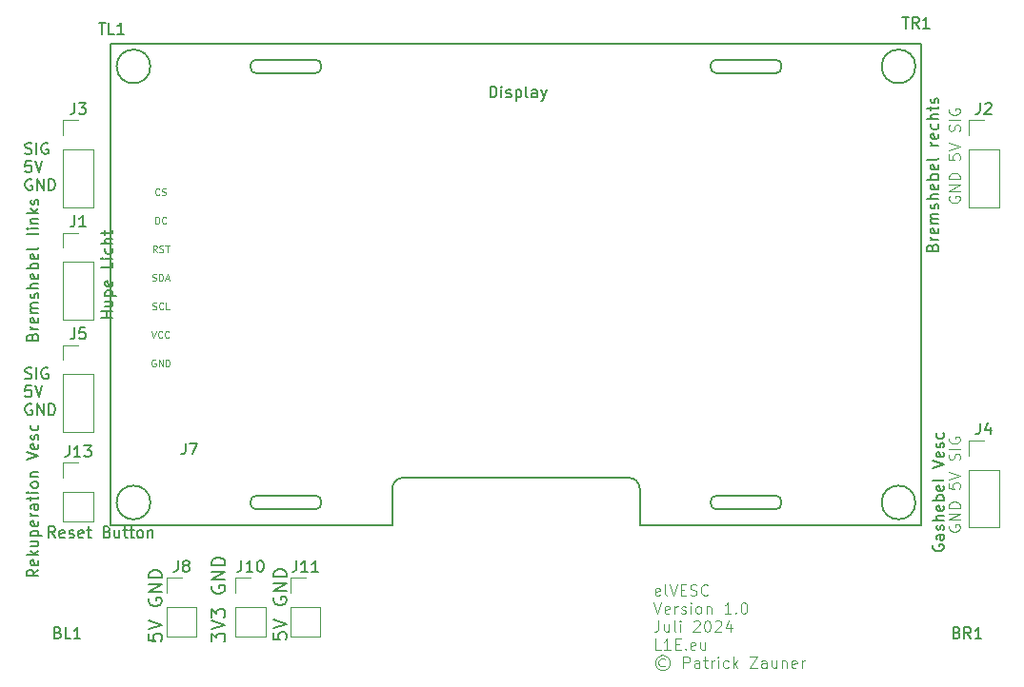
<source format=gbr>
%TF.GenerationSoftware,KiCad,Pcbnew,8.0.1*%
%TF.CreationDate,2024-07-29T09:45:32+02:00*%
%TF.ProjectId,Head Unit,48656164-2055-46e6-9974-2e6b69636164,rev?*%
%TF.SameCoordinates,Original*%
%TF.FileFunction,Legend,Top*%
%TF.FilePolarity,Positive*%
%FSLAX46Y46*%
G04 Gerber Fmt 4.6, Leading zero omitted, Abs format (unit mm)*
G04 Created by KiCad (PCBNEW 8.0.1) date 2024-07-29 09:45:32*
%MOMM*%
%LPD*%
G01*
G04 APERTURE LIST*
%ADD10C,0.100000*%
%ADD11C,0.150000*%
%ADD12C,0.120000*%
%ADD13C,0.200000*%
G04 APERTURE END LIST*
D10*
X111420038Y-60922306D02*
X111372419Y-61017544D01*
X111372419Y-61017544D02*
X111372419Y-61160401D01*
X111372419Y-61160401D02*
X111420038Y-61303258D01*
X111420038Y-61303258D02*
X111515276Y-61398496D01*
X111515276Y-61398496D02*
X111610514Y-61446115D01*
X111610514Y-61446115D02*
X111800990Y-61493734D01*
X111800990Y-61493734D02*
X111943847Y-61493734D01*
X111943847Y-61493734D02*
X112134323Y-61446115D01*
X112134323Y-61446115D02*
X112229561Y-61398496D01*
X112229561Y-61398496D02*
X112324800Y-61303258D01*
X112324800Y-61303258D02*
X112372419Y-61160401D01*
X112372419Y-61160401D02*
X112372419Y-61065163D01*
X112372419Y-61065163D02*
X112324800Y-60922306D01*
X112324800Y-60922306D02*
X112277180Y-60874687D01*
X112277180Y-60874687D02*
X111943847Y-60874687D01*
X111943847Y-60874687D02*
X111943847Y-61065163D01*
X112372419Y-60446115D02*
X111372419Y-60446115D01*
X111372419Y-60446115D02*
X112372419Y-59874687D01*
X112372419Y-59874687D02*
X111372419Y-59874687D01*
X112372419Y-59398496D02*
X111372419Y-59398496D01*
X111372419Y-59398496D02*
X111372419Y-59160401D01*
X111372419Y-59160401D02*
X111420038Y-59017544D01*
X111420038Y-59017544D02*
X111515276Y-58922306D01*
X111515276Y-58922306D02*
X111610514Y-58874687D01*
X111610514Y-58874687D02*
X111800990Y-58827068D01*
X111800990Y-58827068D02*
X111943847Y-58827068D01*
X111943847Y-58827068D02*
X112134323Y-58874687D01*
X112134323Y-58874687D02*
X112229561Y-58922306D01*
X112229561Y-58922306D02*
X112324800Y-59017544D01*
X112324800Y-59017544D02*
X112372419Y-59160401D01*
X112372419Y-59160401D02*
X112372419Y-59398496D01*
X111372419Y-57160401D02*
X111372419Y-57636591D01*
X111372419Y-57636591D02*
X111848609Y-57684210D01*
X111848609Y-57684210D02*
X111800990Y-57636591D01*
X111800990Y-57636591D02*
X111753371Y-57541353D01*
X111753371Y-57541353D02*
X111753371Y-57303258D01*
X111753371Y-57303258D02*
X111800990Y-57208020D01*
X111800990Y-57208020D02*
X111848609Y-57160401D01*
X111848609Y-57160401D02*
X111943847Y-57112782D01*
X111943847Y-57112782D02*
X112181942Y-57112782D01*
X112181942Y-57112782D02*
X112277180Y-57160401D01*
X112277180Y-57160401D02*
X112324800Y-57208020D01*
X112324800Y-57208020D02*
X112372419Y-57303258D01*
X112372419Y-57303258D02*
X112372419Y-57541353D01*
X112372419Y-57541353D02*
X112324800Y-57636591D01*
X112324800Y-57636591D02*
X112277180Y-57684210D01*
X111372419Y-56827067D02*
X112372419Y-56493734D01*
X112372419Y-56493734D02*
X111372419Y-56160401D01*
X112324800Y-55112781D02*
X112372419Y-54969924D01*
X112372419Y-54969924D02*
X112372419Y-54731829D01*
X112372419Y-54731829D02*
X112324800Y-54636591D01*
X112324800Y-54636591D02*
X112277180Y-54588972D01*
X112277180Y-54588972D02*
X112181942Y-54541353D01*
X112181942Y-54541353D02*
X112086704Y-54541353D01*
X112086704Y-54541353D02*
X111991466Y-54588972D01*
X111991466Y-54588972D02*
X111943847Y-54636591D01*
X111943847Y-54636591D02*
X111896228Y-54731829D01*
X111896228Y-54731829D02*
X111848609Y-54922305D01*
X111848609Y-54922305D02*
X111800990Y-55017543D01*
X111800990Y-55017543D02*
X111753371Y-55065162D01*
X111753371Y-55065162D02*
X111658133Y-55112781D01*
X111658133Y-55112781D02*
X111562895Y-55112781D01*
X111562895Y-55112781D02*
X111467657Y-55065162D01*
X111467657Y-55065162D02*
X111420038Y-55017543D01*
X111420038Y-55017543D02*
X111372419Y-54922305D01*
X111372419Y-54922305D02*
X111372419Y-54684210D01*
X111372419Y-54684210D02*
X111420038Y-54541353D01*
X112372419Y-54112781D02*
X111372419Y-54112781D01*
X111420038Y-53112782D02*
X111372419Y-53208020D01*
X111372419Y-53208020D02*
X111372419Y-53350877D01*
X111372419Y-53350877D02*
X111420038Y-53493734D01*
X111420038Y-53493734D02*
X111515276Y-53588972D01*
X111515276Y-53588972D02*
X111610514Y-53636591D01*
X111610514Y-53636591D02*
X111800990Y-53684210D01*
X111800990Y-53684210D02*
X111943847Y-53684210D01*
X111943847Y-53684210D02*
X112134323Y-53636591D01*
X112134323Y-53636591D02*
X112229561Y-53588972D01*
X112229561Y-53588972D02*
X112324800Y-53493734D01*
X112324800Y-53493734D02*
X112372419Y-53350877D01*
X112372419Y-53350877D02*
X112372419Y-53255639D01*
X112372419Y-53255639D02*
X112324800Y-53112782D01*
X112324800Y-53112782D02*
X112277180Y-53065163D01*
X112277180Y-53065163D02*
X111943847Y-53065163D01*
X111943847Y-53065163D02*
X111943847Y-53255639D01*
D11*
X51345342Y-99744173D02*
X51345342Y-100315601D01*
X51345342Y-100315601D02*
X51916771Y-100372744D01*
X51916771Y-100372744D02*
X51859628Y-100315601D01*
X51859628Y-100315601D02*
X51802485Y-100201316D01*
X51802485Y-100201316D02*
X51802485Y-99915601D01*
X51802485Y-99915601D02*
X51859628Y-99801316D01*
X51859628Y-99801316D02*
X51916771Y-99744173D01*
X51916771Y-99744173D02*
X52031057Y-99687030D01*
X52031057Y-99687030D02*
X52316771Y-99687030D01*
X52316771Y-99687030D02*
X52431057Y-99744173D01*
X52431057Y-99744173D02*
X52488200Y-99801316D01*
X52488200Y-99801316D02*
X52545342Y-99915601D01*
X52545342Y-99915601D02*
X52545342Y-100201316D01*
X52545342Y-100201316D02*
X52488200Y-100315601D01*
X52488200Y-100315601D02*
X52431057Y-100372744D01*
X51345342Y-99344173D02*
X52545342Y-98944173D01*
X52545342Y-98944173D02*
X51345342Y-98544173D01*
X51402485Y-96601316D02*
X51345342Y-96715602D01*
X51345342Y-96715602D02*
X51345342Y-96887030D01*
X51345342Y-96887030D02*
X51402485Y-97058459D01*
X51402485Y-97058459D02*
X51516771Y-97172744D01*
X51516771Y-97172744D02*
X51631057Y-97229887D01*
X51631057Y-97229887D02*
X51859628Y-97287030D01*
X51859628Y-97287030D02*
X52031057Y-97287030D01*
X52031057Y-97287030D02*
X52259628Y-97229887D01*
X52259628Y-97229887D02*
X52373914Y-97172744D01*
X52373914Y-97172744D02*
X52488200Y-97058459D01*
X52488200Y-97058459D02*
X52545342Y-96887030D01*
X52545342Y-96887030D02*
X52545342Y-96772744D01*
X52545342Y-96772744D02*
X52488200Y-96601316D01*
X52488200Y-96601316D02*
X52431057Y-96544173D01*
X52431057Y-96544173D02*
X52031057Y-96544173D01*
X52031057Y-96544173D02*
X52031057Y-96772744D01*
X52545342Y-96029887D02*
X51345342Y-96029887D01*
X51345342Y-96029887D02*
X52545342Y-95344173D01*
X52545342Y-95344173D02*
X51345342Y-95344173D01*
X52545342Y-94772744D02*
X51345342Y-94772744D01*
X51345342Y-94772744D02*
X51345342Y-94487030D01*
X51345342Y-94487030D02*
X51402485Y-94315601D01*
X51402485Y-94315601D02*
X51516771Y-94201316D01*
X51516771Y-94201316D02*
X51631057Y-94144173D01*
X51631057Y-94144173D02*
X51859628Y-94087030D01*
X51859628Y-94087030D02*
X52031057Y-94087030D01*
X52031057Y-94087030D02*
X52259628Y-94144173D01*
X52259628Y-94144173D02*
X52373914Y-94201316D01*
X52373914Y-94201316D02*
X52488200Y-94315601D01*
X52488200Y-94315601D02*
X52545342Y-94487030D01*
X52545342Y-94487030D02*
X52545342Y-94772744D01*
X40245342Y-99844173D02*
X40245342Y-100415601D01*
X40245342Y-100415601D02*
X40816771Y-100472744D01*
X40816771Y-100472744D02*
X40759628Y-100415601D01*
X40759628Y-100415601D02*
X40702485Y-100301316D01*
X40702485Y-100301316D02*
X40702485Y-100015601D01*
X40702485Y-100015601D02*
X40759628Y-99901316D01*
X40759628Y-99901316D02*
X40816771Y-99844173D01*
X40816771Y-99844173D02*
X40931057Y-99787030D01*
X40931057Y-99787030D02*
X41216771Y-99787030D01*
X41216771Y-99787030D02*
X41331057Y-99844173D01*
X41331057Y-99844173D02*
X41388200Y-99901316D01*
X41388200Y-99901316D02*
X41445342Y-100015601D01*
X41445342Y-100015601D02*
X41445342Y-100301316D01*
X41445342Y-100301316D02*
X41388200Y-100415601D01*
X41388200Y-100415601D02*
X41331057Y-100472744D01*
X40245342Y-99444173D02*
X41445342Y-99044173D01*
X41445342Y-99044173D02*
X40245342Y-98644173D01*
X40302485Y-96701316D02*
X40245342Y-96815602D01*
X40245342Y-96815602D02*
X40245342Y-96987030D01*
X40245342Y-96987030D02*
X40302485Y-97158459D01*
X40302485Y-97158459D02*
X40416771Y-97272744D01*
X40416771Y-97272744D02*
X40531057Y-97329887D01*
X40531057Y-97329887D02*
X40759628Y-97387030D01*
X40759628Y-97387030D02*
X40931057Y-97387030D01*
X40931057Y-97387030D02*
X41159628Y-97329887D01*
X41159628Y-97329887D02*
X41273914Y-97272744D01*
X41273914Y-97272744D02*
X41388200Y-97158459D01*
X41388200Y-97158459D02*
X41445342Y-96987030D01*
X41445342Y-96987030D02*
X41445342Y-96872744D01*
X41445342Y-96872744D02*
X41388200Y-96701316D01*
X41388200Y-96701316D02*
X41331057Y-96644173D01*
X41331057Y-96644173D02*
X40931057Y-96644173D01*
X40931057Y-96644173D02*
X40931057Y-96872744D01*
X41445342Y-96129887D02*
X40245342Y-96129887D01*
X40245342Y-96129887D02*
X41445342Y-95444173D01*
X41445342Y-95444173D02*
X40245342Y-95444173D01*
X41445342Y-94872744D02*
X40245342Y-94872744D01*
X40245342Y-94872744D02*
X40245342Y-94587030D01*
X40245342Y-94587030D02*
X40302485Y-94415601D01*
X40302485Y-94415601D02*
X40416771Y-94301316D01*
X40416771Y-94301316D02*
X40531057Y-94244173D01*
X40531057Y-94244173D02*
X40759628Y-94187030D01*
X40759628Y-94187030D02*
X40931057Y-94187030D01*
X40931057Y-94187030D02*
X41159628Y-94244173D01*
X41159628Y-94244173D02*
X41273914Y-94301316D01*
X41273914Y-94301316D02*
X41388200Y-94415601D01*
X41388200Y-94415601D02*
X41445342Y-94587030D01*
X41445342Y-94587030D02*
X41445342Y-94872744D01*
X29289160Y-77102312D02*
X29432017Y-77149931D01*
X29432017Y-77149931D02*
X29670112Y-77149931D01*
X29670112Y-77149931D02*
X29765350Y-77102312D01*
X29765350Y-77102312D02*
X29812969Y-77054692D01*
X29812969Y-77054692D02*
X29860588Y-76959454D01*
X29860588Y-76959454D02*
X29860588Y-76864216D01*
X29860588Y-76864216D02*
X29812969Y-76768978D01*
X29812969Y-76768978D02*
X29765350Y-76721359D01*
X29765350Y-76721359D02*
X29670112Y-76673740D01*
X29670112Y-76673740D02*
X29479636Y-76626121D01*
X29479636Y-76626121D02*
X29384398Y-76578502D01*
X29384398Y-76578502D02*
X29336779Y-76530883D01*
X29336779Y-76530883D02*
X29289160Y-76435645D01*
X29289160Y-76435645D02*
X29289160Y-76340407D01*
X29289160Y-76340407D02*
X29336779Y-76245169D01*
X29336779Y-76245169D02*
X29384398Y-76197550D01*
X29384398Y-76197550D02*
X29479636Y-76149931D01*
X29479636Y-76149931D02*
X29717731Y-76149931D01*
X29717731Y-76149931D02*
X29860588Y-76197550D01*
X30289160Y-77149931D02*
X30289160Y-76149931D01*
X31289159Y-76197550D02*
X31193921Y-76149931D01*
X31193921Y-76149931D02*
X31051064Y-76149931D01*
X31051064Y-76149931D02*
X30908207Y-76197550D01*
X30908207Y-76197550D02*
X30812969Y-76292788D01*
X30812969Y-76292788D02*
X30765350Y-76388026D01*
X30765350Y-76388026D02*
X30717731Y-76578502D01*
X30717731Y-76578502D02*
X30717731Y-76721359D01*
X30717731Y-76721359D02*
X30765350Y-76911835D01*
X30765350Y-76911835D02*
X30812969Y-77007073D01*
X30812969Y-77007073D02*
X30908207Y-77102312D01*
X30908207Y-77102312D02*
X31051064Y-77149931D01*
X31051064Y-77149931D02*
X31146302Y-77149931D01*
X31146302Y-77149931D02*
X31289159Y-77102312D01*
X31289159Y-77102312D02*
X31336778Y-77054692D01*
X31336778Y-77054692D02*
X31336778Y-76721359D01*
X31336778Y-76721359D02*
X31146302Y-76721359D01*
X29812969Y-77759875D02*
X29336779Y-77759875D01*
X29336779Y-77759875D02*
X29289160Y-78236065D01*
X29289160Y-78236065D02*
X29336779Y-78188446D01*
X29336779Y-78188446D02*
X29432017Y-78140827D01*
X29432017Y-78140827D02*
X29670112Y-78140827D01*
X29670112Y-78140827D02*
X29765350Y-78188446D01*
X29765350Y-78188446D02*
X29812969Y-78236065D01*
X29812969Y-78236065D02*
X29860588Y-78331303D01*
X29860588Y-78331303D02*
X29860588Y-78569398D01*
X29860588Y-78569398D02*
X29812969Y-78664636D01*
X29812969Y-78664636D02*
X29765350Y-78712256D01*
X29765350Y-78712256D02*
X29670112Y-78759875D01*
X29670112Y-78759875D02*
X29432017Y-78759875D01*
X29432017Y-78759875D02*
X29336779Y-78712256D01*
X29336779Y-78712256D02*
X29289160Y-78664636D01*
X30146303Y-77759875D02*
X30479636Y-78759875D01*
X30479636Y-78759875D02*
X30812969Y-77759875D01*
X29860588Y-79417438D02*
X29765350Y-79369819D01*
X29765350Y-79369819D02*
X29622493Y-79369819D01*
X29622493Y-79369819D02*
X29479636Y-79417438D01*
X29479636Y-79417438D02*
X29384398Y-79512676D01*
X29384398Y-79512676D02*
X29336779Y-79607914D01*
X29336779Y-79607914D02*
X29289160Y-79798390D01*
X29289160Y-79798390D02*
X29289160Y-79941247D01*
X29289160Y-79941247D02*
X29336779Y-80131723D01*
X29336779Y-80131723D02*
X29384398Y-80226961D01*
X29384398Y-80226961D02*
X29479636Y-80322200D01*
X29479636Y-80322200D02*
X29622493Y-80369819D01*
X29622493Y-80369819D02*
X29717731Y-80369819D01*
X29717731Y-80369819D02*
X29860588Y-80322200D01*
X29860588Y-80322200D02*
X29908207Y-80274580D01*
X29908207Y-80274580D02*
X29908207Y-79941247D01*
X29908207Y-79941247D02*
X29717731Y-79941247D01*
X30336779Y-80369819D02*
X30336779Y-79369819D01*
X30336779Y-79369819D02*
X30908207Y-80369819D01*
X30908207Y-80369819D02*
X30908207Y-79369819D01*
X31384398Y-80369819D02*
X31384398Y-79369819D01*
X31384398Y-79369819D02*
X31622493Y-79369819D01*
X31622493Y-79369819D02*
X31765350Y-79417438D01*
X31765350Y-79417438D02*
X31860588Y-79512676D01*
X31860588Y-79512676D02*
X31908207Y-79607914D01*
X31908207Y-79607914D02*
X31955826Y-79798390D01*
X31955826Y-79798390D02*
X31955826Y-79941247D01*
X31955826Y-79941247D02*
X31908207Y-80131723D01*
X31908207Y-80131723D02*
X31860588Y-80226961D01*
X31860588Y-80226961D02*
X31765350Y-80322200D01*
X31765350Y-80322200D02*
X31622493Y-80369819D01*
X31622493Y-80369819D02*
X31384398Y-80369819D01*
D10*
X111420038Y-90172306D02*
X111372419Y-90267544D01*
X111372419Y-90267544D02*
X111372419Y-90410401D01*
X111372419Y-90410401D02*
X111420038Y-90553258D01*
X111420038Y-90553258D02*
X111515276Y-90648496D01*
X111515276Y-90648496D02*
X111610514Y-90696115D01*
X111610514Y-90696115D02*
X111800990Y-90743734D01*
X111800990Y-90743734D02*
X111943847Y-90743734D01*
X111943847Y-90743734D02*
X112134323Y-90696115D01*
X112134323Y-90696115D02*
X112229561Y-90648496D01*
X112229561Y-90648496D02*
X112324800Y-90553258D01*
X112324800Y-90553258D02*
X112372419Y-90410401D01*
X112372419Y-90410401D02*
X112372419Y-90315163D01*
X112372419Y-90315163D02*
X112324800Y-90172306D01*
X112324800Y-90172306D02*
X112277180Y-90124687D01*
X112277180Y-90124687D02*
X111943847Y-90124687D01*
X111943847Y-90124687D02*
X111943847Y-90315163D01*
X112372419Y-89696115D02*
X111372419Y-89696115D01*
X111372419Y-89696115D02*
X112372419Y-89124687D01*
X112372419Y-89124687D02*
X111372419Y-89124687D01*
X112372419Y-88648496D02*
X111372419Y-88648496D01*
X111372419Y-88648496D02*
X111372419Y-88410401D01*
X111372419Y-88410401D02*
X111420038Y-88267544D01*
X111420038Y-88267544D02*
X111515276Y-88172306D01*
X111515276Y-88172306D02*
X111610514Y-88124687D01*
X111610514Y-88124687D02*
X111800990Y-88077068D01*
X111800990Y-88077068D02*
X111943847Y-88077068D01*
X111943847Y-88077068D02*
X112134323Y-88124687D01*
X112134323Y-88124687D02*
X112229561Y-88172306D01*
X112229561Y-88172306D02*
X112324800Y-88267544D01*
X112324800Y-88267544D02*
X112372419Y-88410401D01*
X112372419Y-88410401D02*
X112372419Y-88648496D01*
X111372419Y-86410401D02*
X111372419Y-86886591D01*
X111372419Y-86886591D02*
X111848609Y-86934210D01*
X111848609Y-86934210D02*
X111800990Y-86886591D01*
X111800990Y-86886591D02*
X111753371Y-86791353D01*
X111753371Y-86791353D02*
X111753371Y-86553258D01*
X111753371Y-86553258D02*
X111800990Y-86458020D01*
X111800990Y-86458020D02*
X111848609Y-86410401D01*
X111848609Y-86410401D02*
X111943847Y-86362782D01*
X111943847Y-86362782D02*
X112181942Y-86362782D01*
X112181942Y-86362782D02*
X112277180Y-86410401D01*
X112277180Y-86410401D02*
X112324800Y-86458020D01*
X112324800Y-86458020D02*
X112372419Y-86553258D01*
X112372419Y-86553258D02*
X112372419Y-86791353D01*
X112372419Y-86791353D02*
X112324800Y-86886591D01*
X112324800Y-86886591D02*
X112277180Y-86934210D01*
X111372419Y-86077067D02*
X112372419Y-85743734D01*
X112372419Y-85743734D02*
X111372419Y-85410401D01*
X112324800Y-84362781D02*
X112372419Y-84219924D01*
X112372419Y-84219924D02*
X112372419Y-83981829D01*
X112372419Y-83981829D02*
X112324800Y-83886591D01*
X112324800Y-83886591D02*
X112277180Y-83838972D01*
X112277180Y-83838972D02*
X112181942Y-83791353D01*
X112181942Y-83791353D02*
X112086704Y-83791353D01*
X112086704Y-83791353D02*
X111991466Y-83838972D01*
X111991466Y-83838972D02*
X111943847Y-83886591D01*
X111943847Y-83886591D02*
X111896228Y-83981829D01*
X111896228Y-83981829D02*
X111848609Y-84172305D01*
X111848609Y-84172305D02*
X111800990Y-84267543D01*
X111800990Y-84267543D02*
X111753371Y-84315162D01*
X111753371Y-84315162D02*
X111658133Y-84362781D01*
X111658133Y-84362781D02*
X111562895Y-84362781D01*
X111562895Y-84362781D02*
X111467657Y-84315162D01*
X111467657Y-84315162D02*
X111420038Y-84267543D01*
X111420038Y-84267543D02*
X111372419Y-84172305D01*
X111372419Y-84172305D02*
X111372419Y-83934210D01*
X111372419Y-83934210D02*
X111420038Y-83791353D01*
X112372419Y-83362781D02*
X111372419Y-83362781D01*
X111420038Y-82362782D02*
X111372419Y-82458020D01*
X111372419Y-82458020D02*
X111372419Y-82600877D01*
X111372419Y-82600877D02*
X111420038Y-82743734D01*
X111420038Y-82743734D02*
X111515276Y-82838972D01*
X111515276Y-82838972D02*
X111610514Y-82886591D01*
X111610514Y-82886591D02*
X111800990Y-82934210D01*
X111800990Y-82934210D02*
X111943847Y-82934210D01*
X111943847Y-82934210D02*
X112134323Y-82886591D01*
X112134323Y-82886591D02*
X112229561Y-82838972D01*
X112229561Y-82838972D02*
X112324800Y-82743734D01*
X112324800Y-82743734D02*
X112372419Y-82600877D01*
X112372419Y-82600877D02*
X112372419Y-82505639D01*
X112372419Y-82505639D02*
X112324800Y-82362782D01*
X112324800Y-82362782D02*
X112277180Y-82315163D01*
X112277180Y-82315163D02*
X111943847Y-82315163D01*
X111943847Y-82315163D02*
X111943847Y-82505639D01*
X85684836Y-96385024D02*
X85589598Y-96432643D01*
X85589598Y-96432643D02*
X85399122Y-96432643D01*
X85399122Y-96432643D02*
X85303884Y-96385024D01*
X85303884Y-96385024D02*
X85256265Y-96289785D01*
X85256265Y-96289785D02*
X85256265Y-95908833D01*
X85256265Y-95908833D02*
X85303884Y-95813595D01*
X85303884Y-95813595D02*
X85399122Y-95765976D01*
X85399122Y-95765976D02*
X85589598Y-95765976D01*
X85589598Y-95765976D02*
X85684836Y-95813595D01*
X85684836Y-95813595D02*
X85732455Y-95908833D01*
X85732455Y-95908833D02*
X85732455Y-96004071D01*
X85732455Y-96004071D02*
X85256265Y-96099309D01*
X86303884Y-96432643D02*
X86208646Y-96385024D01*
X86208646Y-96385024D02*
X86161027Y-96289785D01*
X86161027Y-96289785D02*
X86161027Y-95432643D01*
X86541980Y-95432643D02*
X86875313Y-96432643D01*
X86875313Y-96432643D02*
X87208646Y-95432643D01*
X87541980Y-95908833D02*
X87875313Y-95908833D01*
X88018170Y-96432643D02*
X87541980Y-96432643D01*
X87541980Y-96432643D02*
X87541980Y-95432643D01*
X87541980Y-95432643D02*
X88018170Y-95432643D01*
X88399123Y-96385024D02*
X88541980Y-96432643D01*
X88541980Y-96432643D02*
X88780075Y-96432643D01*
X88780075Y-96432643D02*
X88875313Y-96385024D01*
X88875313Y-96385024D02*
X88922932Y-96337404D01*
X88922932Y-96337404D02*
X88970551Y-96242166D01*
X88970551Y-96242166D02*
X88970551Y-96146928D01*
X88970551Y-96146928D02*
X88922932Y-96051690D01*
X88922932Y-96051690D02*
X88875313Y-96004071D01*
X88875313Y-96004071D02*
X88780075Y-95956452D01*
X88780075Y-95956452D02*
X88589599Y-95908833D01*
X88589599Y-95908833D02*
X88494361Y-95861214D01*
X88494361Y-95861214D02*
X88446742Y-95813595D01*
X88446742Y-95813595D02*
X88399123Y-95718357D01*
X88399123Y-95718357D02*
X88399123Y-95623119D01*
X88399123Y-95623119D02*
X88446742Y-95527881D01*
X88446742Y-95527881D02*
X88494361Y-95480262D01*
X88494361Y-95480262D02*
X88589599Y-95432643D01*
X88589599Y-95432643D02*
X88827694Y-95432643D01*
X88827694Y-95432643D02*
X88970551Y-95480262D01*
X89970551Y-96337404D02*
X89922932Y-96385024D01*
X89922932Y-96385024D02*
X89780075Y-96432643D01*
X89780075Y-96432643D02*
X89684837Y-96432643D01*
X89684837Y-96432643D02*
X89541980Y-96385024D01*
X89541980Y-96385024D02*
X89446742Y-96289785D01*
X89446742Y-96289785D02*
X89399123Y-96194547D01*
X89399123Y-96194547D02*
X89351504Y-96004071D01*
X89351504Y-96004071D02*
X89351504Y-95861214D01*
X89351504Y-95861214D02*
X89399123Y-95670738D01*
X89399123Y-95670738D02*
X89446742Y-95575500D01*
X89446742Y-95575500D02*
X89541980Y-95480262D01*
X89541980Y-95480262D02*
X89684837Y-95432643D01*
X89684837Y-95432643D02*
X89780075Y-95432643D01*
X89780075Y-95432643D02*
X89922932Y-95480262D01*
X89922932Y-95480262D02*
X89970551Y-95527881D01*
X85161027Y-97042587D02*
X85494360Y-98042587D01*
X85494360Y-98042587D02*
X85827693Y-97042587D01*
X86541979Y-97994968D02*
X86446741Y-98042587D01*
X86446741Y-98042587D02*
X86256265Y-98042587D01*
X86256265Y-98042587D02*
X86161027Y-97994968D01*
X86161027Y-97994968D02*
X86113408Y-97899729D01*
X86113408Y-97899729D02*
X86113408Y-97518777D01*
X86113408Y-97518777D02*
X86161027Y-97423539D01*
X86161027Y-97423539D02*
X86256265Y-97375920D01*
X86256265Y-97375920D02*
X86446741Y-97375920D01*
X86446741Y-97375920D02*
X86541979Y-97423539D01*
X86541979Y-97423539D02*
X86589598Y-97518777D01*
X86589598Y-97518777D02*
X86589598Y-97614015D01*
X86589598Y-97614015D02*
X86113408Y-97709253D01*
X87018170Y-98042587D02*
X87018170Y-97375920D01*
X87018170Y-97566396D02*
X87065789Y-97471158D01*
X87065789Y-97471158D02*
X87113408Y-97423539D01*
X87113408Y-97423539D02*
X87208646Y-97375920D01*
X87208646Y-97375920D02*
X87303884Y-97375920D01*
X87589599Y-97994968D02*
X87684837Y-98042587D01*
X87684837Y-98042587D02*
X87875313Y-98042587D01*
X87875313Y-98042587D02*
X87970551Y-97994968D01*
X87970551Y-97994968D02*
X88018170Y-97899729D01*
X88018170Y-97899729D02*
X88018170Y-97852110D01*
X88018170Y-97852110D02*
X87970551Y-97756872D01*
X87970551Y-97756872D02*
X87875313Y-97709253D01*
X87875313Y-97709253D02*
X87732456Y-97709253D01*
X87732456Y-97709253D02*
X87637218Y-97661634D01*
X87637218Y-97661634D02*
X87589599Y-97566396D01*
X87589599Y-97566396D02*
X87589599Y-97518777D01*
X87589599Y-97518777D02*
X87637218Y-97423539D01*
X87637218Y-97423539D02*
X87732456Y-97375920D01*
X87732456Y-97375920D02*
X87875313Y-97375920D01*
X87875313Y-97375920D02*
X87970551Y-97423539D01*
X88446742Y-98042587D02*
X88446742Y-97375920D01*
X88446742Y-97042587D02*
X88399123Y-97090206D01*
X88399123Y-97090206D02*
X88446742Y-97137825D01*
X88446742Y-97137825D02*
X88494361Y-97090206D01*
X88494361Y-97090206D02*
X88446742Y-97042587D01*
X88446742Y-97042587D02*
X88446742Y-97137825D01*
X89065789Y-98042587D02*
X88970551Y-97994968D01*
X88970551Y-97994968D02*
X88922932Y-97947348D01*
X88922932Y-97947348D02*
X88875313Y-97852110D01*
X88875313Y-97852110D02*
X88875313Y-97566396D01*
X88875313Y-97566396D02*
X88922932Y-97471158D01*
X88922932Y-97471158D02*
X88970551Y-97423539D01*
X88970551Y-97423539D02*
X89065789Y-97375920D01*
X89065789Y-97375920D02*
X89208646Y-97375920D01*
X89208646Y-97375920D02*
X89303884Y-97423539D01*
X89303884Y-97423539D02*
X89351503Y-97471158D01*
X89351503Y-97471158D02*
X89399122Y-97566396D01*
X89399122Y-97566396D02*
X89399122Y-97852110D01*
X89399122Y-97852110D02*
X89351503Y-97947348D01*
X89351503Y-97947348D02*
X89303884Y-97994968D01*
X89303884Y-97994968D02*
X89208646Y-98042587D01*
X89208646Y-98042587D02*
X89065789Y-98042587D01*
X89827694Y-97375920D02*
X89827694Y-98042587D01*
X89827694Y-97471158D02*
X89875313Y-97423539D01*
X89875313Y-97423539D02*
X89970551Y-97375920D01*
X89970551Y-97375920D02*
X90113408Y-97375920D01*
X90113408Y-97375920D02*
X90208646Y-97423539D01*
X90208646Y-97423539D02*
X90256265Y-97518777D01*
X90256265Y-97518777D02*
X90256265Y-98042587D01*
X92018170Y-98042587D02*
X91446742Y-98042587D01*
X91732456Y-98042587D02*
X91732456Y-97042587D01*
X91732456Y-97042587D02*
X91637218Y-97185444D01*
X91637218Y-97185444D02*
X91541980Y-97280682D01*
X91541980Y-97280682D02*
X91446742Y-97328301D01*
X92446742Y-97947348D02*
X92494361Y-97994968D01*
X92494361Y-97994968D02*
X92446742Y-98042587D01*
X92446742Y-98042587D02*
X92399123Y-97994968D01*
X92399123Y-97994968D02*
X92446742Y-97947348D01*
X92446742Y-97947348D02*
X92446742Y-98042587D01*
X93113408Y-97042587D02*
X93208646Y-97042587D01*
X93208646Y-97042587D02*
X93303884Y-97090206D01*
X93303884Y-97090206D02*
X93351503Y-97137825D01*
X93351503Y-97137825D02*
X93399122Y-97233063D01*
X93399122Y-97233063D02*
X93446741Y-97423539D01*
X93446741Y-97423539D02*
X93446741Y-97661634D01*
X93446741Y-97661634D02*
X93399122Y-97852110D01*
X93399122Y-97852110D02*
X93351503Y-97947348D01*
X93351503Y-97947348D02*
X93303884Y-97994968D01*
X93303884Y-97994968D02*
X93208646Y-98042587D01*
X93208646Y-98042587D02*
X93113408Y-98042587D01*
X93113408Y-98042587D02*
X93018170Y-97994968D01*
X93018170Y-97994968D02*
X92970551Y-97947348D01*
X92970551Y-97947348D02*
X92922932Y-97852110D01*
X92922932Y-97852110D02*
X92875313Y-97661634D01*
X92875313Y-97661634D02*
X92875313Y-97423539D01*
X92875313Y-97423539D02*
X92922932Y-97233063D01*
X92922932Y-97233063D02*
X92970551Y-97137825D01*
X92970551Y-97137825D02*
X93018170Y-97090206D01*
X93018170Y-97090206D02*
X93113408Y-97042587D01*
X85589598Y-98652531D02*
X85589598Y-99366816D01*
X85589598Y-99366816D02*
X85541979Y-99509673D01*
X85541979Y-99509673D02*
X85446741Y-99604912D01*
X85446741Y-99604912D02*
X85303884Y-99652531D01*
X85303884Y-99652531D02*
X85208646Y-99652531D01*
X86494360Y-98985864D02*
X86494360Y-99652531D01*
X86065789Y-98985864D02*
X86065789Y-99509673D01*
X86065789Y-99509673D02*
X86113408Y-99604912D01*
X86113408Y-99604912D02*
X86208646Y-99652531D01*
X86208646Y-99652531D02*
X86351503Y-99652531D01*
X86351503Y-99652531D02*
X86446741Y-99604912D01*
X86446741Y-99604912D02*
X86494360Y-99557292D01*
X87113408Y-99652531D02*
X87018170Y-99604912D01*
X87018170Y-99604912D02*
X86970551Y-99509673D01*
X86970551Y-99509673D02*
X86970551Y-98652531D01*
X87494361Y-99652531D02*
X87494361Y-98985864D01*
X87494361Y-98652531D02*
X87446742Y-98700150D01*
X87446742Y-98700150D02*
X87494361Y-98747769D01*
X87494361Y-98747769D02*
X87541980Y-98700150D01*
X87541980Y-98700150D02*
X87494361Y-98652531D01*
X87494361Y-98652531D02*
X87494361Y-98747769D01*
X88684837Y-98747769D02*
X88732456Y-98700150D01*
X88732456Y-98700150D02*
X88827694Y-98652531D01*
X88827694Y-98652531D02*
X89065789Y-98652531D01*
X89065789Y-98652531D02*
X89161027Y-98700150D01*
X89161027Y-98700150D02*
X89208646Y-98747769D01*
X89208646Y-98747769D02*
X89256265Y-98843007D01*
X89256265Y-98843007D02*
X89256265Y-98938245D01*
X89256265Y-98938245D02*
X89208646Y-99081102D01*
X89208646Y-99081102D02*
X88637218Y-99652531D01*
X88637218Y-99652531D02*
X89256265Y-99652531D01*
X89875313Y-98652531D02*
X89970551Y-98652531D01*
X89970551Y-98652531D02*
X90065789Y-98700150D01*
X90065789Y-98700150D02*
X90113408Y-98747769D01*
X90113408Y-98747769D02*
X90161027Y-98843007D01*
X90161027Y-98843007D02*
X90208646Y-99033483D01*
X90208646Y-99033483D02*
X90208646Y-99271578D01*
X90208646Y-99271578D02*
X90161027Y-99462054D01*
X90161027Y-99462054D02*
X90113408Y-99557292D01*
X90113408Y-99557292D02*
X90065789Y-99604912D01*
X90065789Y-99604912D02*
X89970551Y-99652531D01*
X89970551Y-99652531D02*
X89875313Y-99652531D01*
X89875313Y-99652531D02*
X89780075Y-99604912D01*
X89780075Y-99604912D02*
X89732456Y-99557292D01*
X89732456Y-99557292D02*
X89684837Y-99462054D01*
X89684837Y-99462054D02*
X89637218Y-99271578D01*
X89637218Y-99271578D02*
X89637218Y-99033483D01*
X89637218Y-99033483D02*
X89684837Y-98843007D01*
X89684837Y-98843007D02*
X89732456Y-98747769D01*
X89732456Y-98747769D02*
X89780075Y-98700150D01*
X89780075Y-98700150D02*
X89875313Y-98652531D01*
X90589599Y-98747769D02*
X90637218Y-98700150D01*
X90637218Y-98700150D02*
X90732456Y-98652531D01*
X90732456Y-98652531D02*
X90970551Y-98652531D01*
X90970551Y-98652531D02*
X91065789Y-98700150D01*
X91065789Y-98700150D02*
X91113408Y-98747769D01*
X91113408Y-98747769D02*
X91161027Y-98843007D01*
X91161027Y-98843007D02*
X91161027Y-98938245D01*
X91161027Y-98938245D02*
X91113408Y-99081102D01*
X91113408Y-99081102D02*
X90541980Y-99652531D01*
X90541980Y-99652531D02*
X91161027Y-99652531D01*
X92018170Y-98985864D02*
X92018170Y-99652531D01*
X91780075Y-98604912D02*
X91541980Y-99319197D01*
X91541980Y-99319197D02*
X92161027Y-99319197D01*
X85780074Y-101262475D02*
X85303884Y-101262475D01*
X85303884Y-101262475D02*
X85303884Y-100262475D01*
X86637217Y-101262475D02*
X86065789Y-101262475D01*
X86351503Y-101262475D02*
X86351503Y-100262475D01*
X86351503Y-100262475D02*
X86256265Y-100405332D01*
X86256265Y-100405332D02*
X86161027Y-100500570D01*
X86161027Y-100500570D02*
X86065789Y-100548189D01*
X87065789Y-100738665D02*
X87399122Y-100738665D01*
X87541979Y-101262475D02*
X87065789Y-101262475D01*
X87065789Y-101262475D02*
X87065789Y-100262475D01*
X87065789Y-100262475D02*
X87541979Y-100262475D01*
X87970551Y-101167236D02*
X88018170Y-101214856D01*
X88018170Y-101214856D02*
X87970551Y-101262475D01*
X87970551Y-101262475D02*
X87922932Y-101214856D01*
X87922932Y-101214856D02*
X87970551Y-101167236D01*
X87970551Y-101167236D02*
X87970551Y-101262475D01*
X88827693Y-101214856D02*
X88732455Y-101262475D01*
X88732455Y-101262475D02*
X88541979Y-101262475D01*
X88541979Y-101262475D02*
X88446741Y-101214856D01*
X88446741Y-101214856D02*
X88399122Y-101119617D01*
X88399122Y-101119617D02*
X88399122Y-100738665D01*
X88399122Y-100738665D02*
X88446741Y-100643427D01*
X88446741Y-100643427D02*
X88541979Y-100595808D01*
X88541979Y-100595808D02*
X88732455Y-100595808D01*
X88732455Y-100595808D02*
X88827693Y-100643427D01*
X88827693Y-100643427D02*
X88875312Y-100738665D01*
X88875312Y-100738665D02*
X88875312Y-100833903D01*
X88875312Y-100833903D02*
X88399122Y-100929141D01*
X89732455Y-100595808D02*
X89732455Y-101262475D01*
X89303884Y-100595808D02*
X89303884Y-101119617D01*
X89303884Y-101119617D02*
X89351503Y-101214856D01*
X89351503Y-101214856D02*
X89446741Y-101262475D01*
X89446741Y-101262475D02*
X89589598Y-101262475D01*
X89589598Y-101262475D02*
X89684836Y-101214856D01*
X89684836Y-101214856D02*
X89732455Y-101167236D01*
X86113408Y-102110514D02*
X86018169Y-102062895D01*
X86018169Y-102062895D02*
X85827693Y-102062895D01*
X85827693Y-102062895D02*
X85732455Y-102110514D01*
X85732455Y-102110514D02*
X85637217Y-102205752D01*
X85637217Y-102205752D02*
X85589598Y-102300990D01*
X85589598Y-102300990D02*
X85589598Y-102491466D01*
X85589598Y-102491466D02*
X85637217Y-102586704D01*
X85637217Y-102586704D02*
X85732455Y-102681942D01*
X85732455Y-102681942D02*
X85827693Y-102729561D01*
X85827693Y-102729561D02*
X86018169Y-102729561D01*
X86018169Y-102729561D02*
X86113408Y-102681942D01*
X85922931Y-101729561D02*
X85684836Y-101777180D01*
X85684836Y-101777180D02*
X85446741Y-101920038D01*
X85446741Y-101920038D02*
X85303884Y-102158133D01*
X85303884Y-102158133D02*
X85256265Y-102396228D01*
X85256265Y-102396228D02*
X85303884Y-102634323D01*
X85303884Y-102634323D02*
X85446741Y-102872419D01*
X85446741Y-102872419D02*
X85684836Y-103015276D01*
X85684836Y-103015276D02*
X85922931Y-103062895D01*
X85922931Y-103062895D02*
X86161027Y-103015276D01*
X86161027Y-103015276D02*
X86399122Y-102872419D01*
X86399122Y-102872419D02*
X86541979Y-102634323D01*
X86541979Y-102634323D02*
X86589598Y-102396228D01*
X86589598Y-102396228D02*
X86541979Y-102158133D01*
X86541979Y-102158133D02*
X86399122Y-101920038D01*
X86399122Y-101920038D02*
X86161027Y-101777180D01*
X86161027Y-101777180D02*
X85922931Y-101729561D01*
X87780075Y-102872419D02*
X87780075Y-101872419D01*
X87780075Y-101872419D02*
X88161027Y-101872419D01*
X88161027Y-101872419D02*
X88256265Y-101920038D01*
X88256265Y-101920038D02*
X88303884Y-101967657D01*
X88303884Y-101967657D02*
X88351503Y-102062895D01*
X88351503Y-102062895D02*
X88351503Y-102205752D01*
X88351503Y-102205752D02*
X88303884Y-102300990D01*
X88303884Y-102300990D02*
X88256265Y-102348609D01*
X88256265Y-102348609D02*
X88161027Y-102396228D01*
X88161027Y-102396228D02*
X87780075Y-102396228D01*
X89208646Y-102872419D02*
X89208646Y-102348609D01*
X89208646Y-102348609D02*
X89161027Y-102253371D01*
X89161027Y-102253371D02*
X89065789Y-102205752D01*
X89065789Y-102205752D02*
X88875313Y-102205752D01*
X88875313Y-102205752D02*
X88780075Y-102253371D01*
X89208646Y-102824800D02*
X89113408Y-102872419D01*
X89113408Y-102872419D02*
X88875313Y-102872419D01*
X88875313Y-102872419D02*
X88780075Y-102824800D01*
X88780075Y-102824800D02*
X88732456Y-102729561D01*
X88732456Y-102729561D02*
X88732456Y-102634323D01*
X88732456Y-102634323D02*
X88780075Y-102539085D01*
X88780075Y-102539085D02*
X88875313Y-102491466D01*
X88875313Y-102491466D02*
X89113408Y-102491466D01*
X89113408Y-102491466D02*
X89208646Y-102443847D01*
X89541980Y-102205752D02*
X89922932Y-102205752D01*
X89684837Y-101872419D02*
X89684837Y-102729561D01*
X89684837Y-102729561D02*
X89732456Y-102824800D01*
X89732456Y-102824800D02*
X89827694Y-102872419D01*
X89827694Y-102872419D02*
X89922932Y-102872419D01*
X90256266Y-102872419D02*
X90256266Y-102205752D01*
X90256266Y-102396228D02*
X90303885Y-102300990D01*
X90303885Y-102300990D02*
X90351504Y-102253371D01*
X90351504Y-102253371D02*
X90446742Y-102205752D01*
X90446742Y-102205752D02*
X90541980Y-102205752D01*
X90875314Y-102872419D02*
X90875314Y-102205752D01*
X90875314Y-101872419D02*
X90827695Y-101920038D01*
X90827695Y-101920038D02*
X90875314Y-101967657D01*
X90875314Y-101967657D02*
X90922933Y-101920038D01*
X90922933Y-101920038D02*
X90875314Y-101872419D01*
X90875314Y-101872419D02*
X90875314Y-101967657D01*
X91780075Y-102824800D02*
X91684837Y-102872419D01*
X91684837Y-102872419D02*
X91494361Y-102872419D01*
X91494361Y-102872419D02*
X91399123Y-102824800D01*
X91399123Y-102824800D02*
X91351504Y-102777180D01*
X91351504Y-102777180D02*
X91303885Y-102681942D01*
X91303885Y-102681942D02*
X91303885Y-102396228D01*
X91303885Y-102396228D02*
X91351504Y-102300990D01*
X91351504Y-102300990D02*
X91399123Y-102253371D01*
X91399123Y-102253371D02*
X91494361Y-102205752D01*
X91494361Y-102205752D02*
X91684837Y-102205752D01*
X91684837Y-102205752D02*
X91780075Y-102253371D01*
X92208647Y-102872419D02*
X92208647Y-101872419D01*
X92303885Y-102491466D02*
X92589599Y-102872419D01*
X92589599Y-102205752D02*
X92208647Y-102586704D01*
X93684838Y-101872419D02*
X94351504Y-101872419D01*
X94351504Y-101872419D02*
X93684838Y-102872419D01*
X93684838Y-102872419D02*
X94351504Y-102872419D01*
X95161028Y-102872419D02*
X95161028Y-102348609D01*
X95161028Y-102348609D02*
X95113409Y-102253371D01*
X95113409Y-102253371D02*
X95018171Y-102205752D01*
X95018171Y-102205752D02*
X94827695Y-102205752D01*
X94827695Y-102205752D02*
X94732457Y-102253371D01*
X95161028Y-102824800D02*
X95065790Y-102872419D01*
X95065790Y-102872419D02*
X94827695Y-102872419D01*
X94827695Y-102872419D02*
X94732457Y-102824800D01*
X94732457Y-102824800D02*
X94684838Y-102729561D01*
X94684838Y-102729561D02*
X94684838Y-102634323D01*
X94684838Y-102634323D02*
X94732457Y-102539085D01*
X94732457Y-102539085D02*
X94827695Y-102491466D01*
X94827695Y-102491466D02*
X95065790Y-102491466D01*
X95065790Y-102491466D02*
X95161028Y-102443847D01*
X96065790Y-102205752D02*
X96065790Y-102872419D01*
X95637219Y-102205752D02*
X95637219Y-102729561D01*
X95637219Y-102729561D02*
X95684838Y-102824800D01*
X95684838Y-102824800D02*
X95780076Y-102872419D01*
X95780076Y-102872419D02*
X95922933Y-102872419D01*
X95922933Y-102872419D02*
X96018171Y-102824800D01*
X96018171Y-102824800D02*
X96065790Y-102777180D01*
X96541981Y-102205752D02*
X96541981Y-102872419D01*
X96541981Y-102300990D02*
X96589600Y-102253371D01*
X96589600Y-102253371D02*
X96684838Y-102205752D01*
X96684838Y-102205752D02*
X96827695Y-102205752D01*
X96827695Y-102205752D02*
X96922933Y-102253371D01*
X96922933Y-102253371D02*
X96970552Y-102348609D01*
X96970552Y-102348609D02*
X96970552Y-102872419D01*
X97827695Y-102824800D02*
X97732457Y-102872419D01*
X97732457Y-102872419D02*
X97541981Y-102872419D01*
X97541981Y-102872419D02*
X97446743Y-102824800D01*
X97446743Y-102824800D02*
X97399124Y-102729561D01*
X97399124Y-102729561D02*
X97399124Y-102348609D01*
X97399124Y-102348609D02*
X97446743Y-102253371D01*
X97446743Y-102253371D02*
X97541981Y-102205752D01*
X97541981Y-102205752D02*
X97732457Y-102205752D01*
X97732457Y-102205752D02*
X97827695Y-102253371D01*
X97827695Y-102253371D02*
X97875314Y-102348609D01*
X97875314Y-102348609D02*
X97875314Y-102443847D01*
X97875314Y-102443847D02*
X97399124Y-102539085D01*
X98303886Y-102872419D02*
X98303886Y-102205752D01*
X98303886Y-102396228D02*
X98351505Y-102300990D01*
X98351505Y-102300990D02*
X98399124Y-102253371D01*
X98399124Y-102253371D02*
X98494362Y-102205752D01*
X98494362Y-102205752D02*
X98589600Y-102205752D01*
D11*
X45845342Y-100529887D02*
X45845342Y-99787030D01*
X45845342Y-99787030D02*
X46302485Y-100187030D01*
X46302485Y-100187030D02*
X46302485Y-100015601D01*
X46302485Y-100015601D02*
X46359628Y-99901316D01*
X46359628Y-99901316D02*
X46416771Y-99844173D01*
X46416771Y-99844173D02*
X46531057Y-99787030D01*
X46531057Y-99787030D02*
X46816771Y-99787030D01*
X46816771Y-99787030D02*
X46931057Y-99844173D01*
X46931057Y-99844173D02*
X46988200Y-99901316D01*
X46988200Y-99901316D02*
X47045342Y-100015601D01*
X47045342Y-100015601D02*
X47045342Y-100358458D01*
X47045342Y-100358458D02*
X46988200Y-100472744D01*
X46988200Y-100472744D02*
X46931057Y-100529887D01*
X45845342Y-99444173D02*
X47045342Y-99044173D01*
X47045342Y-99044173D02*
X45845342Y-98644173D01*
X45845342Y-98358459D02*
X45845342Y-97615602D01*
X45845342Y-97615602D02*
X46302485Y-98015602D01*
X46302485Y-98015602D02*
X46302485Y-97844173D01*
X46302485Y-97844173D02*
X46359628Y-97729888D01*
X46359628Y-97729888D02*
X46416771Y-97672745D01*
X46416771Y-97672745D02*
X46531057Y-97615602D01*
X46531057Y-97615602D02*
X46816771Y-97615602D01*
X46816771Y-97615602D02*
X46931057Y-97672745D01*
X46931057Y-97672745D02*
X46988200Y-97729888D01*
X46988200Y-97729888D02*
X47045342Y-97844173D01*
X47045342Y-97844173D02*
X47045342Y-98187030D01*
X47045342Y-98187030D02*
X46988200Y-98301316D01*
X46988200Y-98301316D02*
X46931057Y-98358459D01*
X45902485Y-95558459D02*
X45845342Y-95672745D01*
X45845342Y-95672745D02*
X45845342Y-95844173D01*
X45845342Y-95844173D02*
X45902485Y-96015602D01*
X45902485Y-96015602D02*
X46016771Y-96129887D01*
X46016771Y-96129887D02*
X46131057Y-96187030D01*
X46131057Y-96187030D02*
X46359628Y-96244173D01*
X46359628Y-96244173D02*
X46531057Y-96244173D01*
X46531057Y-96244173D02*
X46759628Y-96187030D01*
X46759628Y-96187030D02*
X46873914Y-96129887D01*
X46873914Y-96129887D02*
X46988200Y-96015602D01*
X46988200Y-96015602D02*
X47045342Y-95844173D01*
X47045342Y-95844173D02*
X47045342Y-95729887D01*
X47045342Y-95729887D02*
X46988200Y-95558459D01*
X46988200Y-95558459D02*
X46931057Y-95501316D01*
X46931057Y-95501316D02*
X46531057Y-95501316D01*
X46531057Y-95501316D02*
X46531057Y-95729887D01*
X47045342Y-94987030D02*
X45845342Y-94987030D01*
X45845342Y-94987030D02*
X47045342Y-94301316D01*
X47045342Y-94301316D02*
X45845342Y-94301316D01*
X47045342Y-93729887D02*
X45845342Y-93729887D01*
X45845342Y-93729887D02*
X45845342Y-93444173D01*
X45845342Y-93444173D02*
X45902485Y-93272744D01*
X45902485Y-93272744D02*
X46016771Y-93158459D01*
X46016771Y-93158459D02*
X46131057Y-93101316D01*
X46131057Y-93101316D02*
X46359628Y-93044173D01*
X46359628Y-93044173D02*
X46531057Y-93044173D01*
X46531057Y-93044173D02*
X46759628Y-93101316D01*
X46759628Y-93101316D02*
X46873914Y-93158459D01*
X46873914Y-93158459D02*
X46988200Y-93272744D01*
X46988200Y-93272744D02*
X47045342Y-93444173D01*
X47045342Y-93444173D02*
X47045342Y-93729887D01*
X29289160Y-57102312D02*
X29432017Y-57149931D01*
X29432017Y-57149931D02*
X29670112Y-57149931D01*
X29670112Y-57149931D02*
X29765350Y-57102312D01*
X29765350Y-57102312D02*
X29812969Y-57054692D01*
X29812969Y-57054692D02*
X29860588Y-56959454D01*
X29860588Y-56959454D02*
X29860588Y-56864216D01*
X29860588Y-56864216D02*
X29812969Y-56768978D01*
X29812969Y-56768978D02*
X29765350Y-56721359D01*
X29765350Y-56721359D02*
X29670112Y-56673740D01*
X29670112Y-56673740D02*
X29479636Y-56626121D01*
X29479636Y-56626121D02*
X29384398Y-56578502D01*
X29384398Y-56578502D02*
X29336779Y-56530883D01*
X29336779Y-56530883D02*
X29289160Y-56435645D01*
X29289160Y-56435645D02*
X29289160Y-56340407D01*
X29289160Y-56340407D02*
X29336779Y-56245169D01*
X29336779Y-56245169D02*
X29384398Y-56197550D01*
X29384398Y-56197550D02*
X29479636Y-56149931D01*
X29479636Y-56149931D02*
X29717731Y-56149931D01*
X29717731Y-56149931D02*
X29860588Y-56197550D01*
X30289160Y-57149931D02*
X30289160Y-56149931D01*
X31289159Y-56197550D02*
X31193921Y-56149931D01*
X31193921Y-56149931D02*
X31051064Y-56149931D01*
X31051064Y-56149931D02*
X30908207Y-56197550D01*
X30908207Y-56197550D02*
X30812969Y-56292788D01*
X30812969Y-56292788D02*
X30765350Y-56388026D01*
X30765350Y-56388026D02*
X30717731Y-56578502D01*
X30717731Y-56578502D02*
X30717731Y-56721359D01*
X30717731Y-56721359D02*
X30765350Y-56911835D01*
X30765350Y-56911835D02*
X30812969Y-57007073D01*
X30812969Y-57007073D02*
X30908207Y-57102312D01*
X30908207Y-57102312D02*
X31051064Y-57149931D01*
X31051064Y-57149931D02*
X31146302Y-57149931D01*
X31146302Y-57149931D02*
X31289159Y-57102312D01*
X31289159Y-57102312D02*
X31336778Y-57054692D01*
X31336778Y-57054692D02*
X31336778Y-56721359D01*
X31336778Y-56721359D02*
X31146302Y-56721359D01*
X29812969Y-57759875D02*
X29336779Y-57759875D01*
X29336779Y-57759875D02*
X29289160Y-58236065D01*
X29289160Y-58236065D02*
X29336779Y-58188446D01*
X29336779Y-58188446D02*
X29432017Y-58140827D01*
X29432017Y-58140827D02*
X29670112Y-58140827D01*
X29670112Y-58140827D02*
X29765350Y-58188446D01*
X29765350Y-58188446D02*
X29812969Y-58236065D01*
X29812969Y-58236065D02*
X29860588Y-58331303D01*
X29860588Y-58331303D02*
X29860588Y-58569398D01*
X29860588Y-58569398D02*
X29812969Y-58664636D01*
X29812969Y-58664636D02*
X29765350Y-58712256D01*
X29765350Y-58712256D02*
X29670112Y-58759875D01*
X29670112Y-58759875D02*
X29432017Y-58759875D01*
X29432017Y-58759875D02*
X29336779Y-58712256D01*
X29336779Y-58712256D02*
X29289160Y-58664636D01*
X30146303Y-57759875D02*
X30479636Y-58759875D01*
X30479636Y-58759875D02*
X30812969Y-57759875D01*
X29860588Y-59417438D02*
X29765350Y-59369819D01*
X29765350Y-59369819D02*
X29622493Y-59369819D01*
X29622493Y-59369819D02*
X29479636Y-59417438D01*
X29479636Y-59417438D02*
X29384398Y-59512676D01*
X29384398Y-59512676D02*
X29336779Y-59607914D01*
X29336779Y-59607914D02*
X29289160Y-59798390D01*
X29289160Y-59798390D02*
X29289160Y-59941247D01*
X29289160Y-59941247D02*
X29336779Y-60131723D01*
X29336779Y-60131723D02*
X29384398Y-60226961D01*
X29384398Y-60226961D02*
X29479636Y-60322200D01*
X29479636Y-60322200D02*
X29622493Y-60369819D01*
X29622493Y-60369819D02*
X29717731Y-60369819D01*
X29717731Y-60369819D02*
X29860588Y-60322200D01*
X29860588Y-60322200D02*
X29908207Y-60274580D01*
X29908207Y-60274580D02*
X29908207Y-59941247D01*
X29908207Y-59941247D02*
X29717731Y-59941247D01*
X30336779Y-60369819D02*
X30336779Y-59369819D01*
X30336779Y-59369819D02*
X30908207Y-60369819D01*
X30908207Y-60369819D02*
X30908207Y-59369819D01*
X31384398Y-60369819D02*
X31384398Y-59369819D01*
X31384398Y-59369819D02*
X31622493Y-59369819D01*
X31622493Y-59369819D02*
X31765350Y-59417438D01*
X31765350Y-59417438D02*
X31860588Y-59512676D01*
X31860588Y-59512676D02*
X31908207Y-59607914D01*
X31908207Y-59607914D02*
X31955826Y-59798390D01*
X31955826Y-59798390D02*
X31955826Y-59941247D01*
X31955826Y-59941247D02*
X31908207Y-60131723D01*
X31908207Y-60131723D02*
X31860588Y-60226961D01*
X31860588Y-60226961D02*
X31765350Y-60322200D01*
X31765350Y-60322200D02*
X31622493Y-60369819D01*
X31622493Y-60369819D02*
X31384398Y-60369819D01*
X48506476Y-93304819D02*
X48506476Y-94019104D01*
X48506476Y-94019104D02*
X48458857Y-94161961D01*
X48458857Y-94161961D02*
X48363619Y-94257200D01*
X48363619Y-94257200D02*
X48220762Y-94304819D01*
X48220762Y-94304819D02*
X48125524Y-94304819D01*
X49506476Y-94304819D02*
X48935048Y-94304819D01*
X49220762Y-94304819D02*
X49220762Y-93304819D01*
X49220762Y-93304819D02*
X49125524Y-93447676D01*
X49125524Y-93447676D02*
X49030286Y-93542914D01*
X49030286Y-93542914D02*
X48935048Y-93590533D01*
X50125524Y-93304819D02*
X50220762Y-93304819D01*
X50220762Y-93304819D02*
X50316000Y-93352438D01*
X50316000Y-93352438D02*
X50363619Y-93400057D01*
X50363619Y-93400057D02*
X50411238Y-93495295D01*
X50411238Y-93495295D02*
X50458857Y-93685771D01*
X50458857Y-93685771D02*
X50458857Y-93923866D01*
X50458857Y-93923866D02*
X50411238Y-94114342D01*
X50411238Y-94114342D02*
X50363619Y-94209580D01*
X50363619Y-94209580D02*
X50316000Y-94257200D01*
X50316000Y-94257200D02*
X50220762Y-94304819D01*
X50220762Y-94304819D02*
X50125524Y-94304819D01*
X50125524Y-94304819D02*
X50030286Y-94257200D01*
X50030286Y-94257200D02*
X49982667Y-94209580D01*
X49982667Y-94209580D02*
X49935048Y-94114342D01*
X49935048Y-94114342D02*
X49887429Y-93923866D01*
X49887429Y-93923866D02*
X49887429Y-93685771D01*
X49887429Y-93685771D02*
X49935048Y-93495295D01*
X49935048Y-93495295D02*
X49982667Y-93400057D01*
X49982667Y-93400057D02*
X50030286Y-93352438D01*
X50030286Y-93352438D02*
X50125524Y-93304819D01*
X33666666Y-72599819D02*
X33666666Y-73314104D01*
X33666666Y-73314104D02*
X33619047Y-73456961D01*
X33619047Y-73456961D02*
X33523809Y-73552200D01*
X33523809Y-73552200D02*
X33380952Y-73599819D01*
X33380952Y-73599819D02*
X33285714Y-73599819D01*
X34619047Y-72599819D02*
X34142857Y-72599819D01*
X34142857Y-72599819D02*
X34095238Y-73076009D01*
X34095238Y-73076009D02*
X34142857Y-73028390D01*
X34142857Y-73028390D02*
X34238095Y-72980771D01*
X34238095Y-72980771D02*
X34476190Y-72980771D01*
X34476190Y-72980771D02*
X34571428Y-73028390D01*
X34571428Y-73028390D02*
X34619047Y-73076009D01*
X34619047Y-73076009D02*
X34666666Y-73171247D01*
X34666666Y-73171247D02*
X34666666Y-73409342D01*
X34666666Y-73409342D02*
X34619047Y-73504580D01*
X34619047Y-73504580D02*
X34571428Y-73552200D01*
X34571428Y-73552200D02*
X34476190Y-73599819D01*
X34476190Y-73599819D02*
X34238095Y-73599819D01*
X34238095Y-73599819D02*
X34142857Y-73552200D01*
X34142857Y-73552200D02*
X34095238Y-73504580D01*
X30454819Y-94119048D02*
X29978628Y-94452381D01*
X30454819Y-94690476D02*
X29454819Y-94690476D01*
X29454819Y-94690476D02*
X29454819Y-94309524D01*
X29454819Y-94309524D02*
X29502438Y-94214286D01*
X29502438Y-94214286D02*
X29550057Y-94166667D01*
X29550057Y-94166667D02*
X29645295Y-94119048D01*
X29645295Y-94119048D02*
X29788152Y-94119048D01*
X29788152Y-94119048D02*
X29883390Y-94166667D01*
X29883390Y-94166667D02*
X29931009Y-94214286D01*
X29931009Y-94214286D02*
X29978628Y-94309524D01*
X29978628Y-94309524D02*
X29978628Y-94690476D01*
X30407200Y-93309524D02*
X30454819Y-93404762D01*
X30454819Y-93404762D02*
X30454819Y-93595238D01*
X30454819Y-93595238D02*
X30407200Y-93690476D01*
X30407200Y-93690476D02*
X30311961Y-93738095D01*
X30311961Y-93738095D02*
X29931009Y-93738095D01*
X29931009Y-93738095D02*
X29835771Y-93690476D01*
X29835771Y-93690476D02*
X29788152Y-93595238D01*
X29788152Y-93595238D02*
X29788152Y-93404762D01*
X29788152Y-93404762D02*
X29835771Y-93309524D01*
X29835771Y-93309524D02*
X29931009Y-93261905D01*
X29931009Y-93261905D02*
X30026247Y-93261905D01*
X30026247Y-93261905D02*
X30121485Y-93738095D01*
X30454819Y-92833333D02*
X29454819Y-92833333D01*
X30073866Y-92738095D02*
X30454819Y-92452381D01*
X29788152Y-92452381D02*
X30169104Y-92833333D01*
X29788152Y-91595238D02*
X30454819Y-91595238D01*
X29788152Y-92023809D02*
X30311961Y-92023809D01*
X30311961Y-92023809D02*
X30407200Y-91976190D01*
X30407200Y-91976190D02*
X30454819Y-91880952D01*
X30454819Y-91880952D02*
X30454819Y-91738095D01*
X30454819Y-91738095D02*
X30407200Y-91642857D01*
X30407200Y-91642857D02*
X30359580Y-91595238D01*
X29788152Y-91119047D02*
X30788152Y-91119047D01*
X29835771Y-91119047D02*
X29788152Y-91023809D01*
X29788152Y-91023809D02*
X29788152Y-90833333D01*
X29788152Y-90833333D02*
X29835771Y-90738095D01*
X29835771Y-90738095D02*
X29883390Y-90690476D01*
X29883390Y-90690476D02*
X29978628Y-90642857D01*
X29978628Y-90642857D02*
X30264342Y-90642857D01*
X30264342Y-90642857D02*
X30359580Y-90690476D01*
X30359580Y-90690476D02*
X30407200Y-90738095D01*
X30407200Y-90738095D02*
X30454819Y-90833333D01*
X30454819Y-90833333D02*
X30454819Y-91023809D01*
X30454819Y-91023809D02*
X30407200Y-91119047D01*
X30407200Y-89833333D02*
X30454819Y-89928571D01*
X30454819Y-89928571D02*
X30454819Y-90119047D01*
X30454819Y-90119047D02*
X30407200Y-90214285D01*
X30407200Y-90214285D02*
X30311961Y-90261904D01*
X30311961Y-90261904D02*
X29931009Y-90261904D01*
X29931009Y-90261904D02*
X29835771Y-90214285D01*
X29835771Y-90214285D02*
X29788152Y-90119047D01*
X29788152Y-90119047D02*
X29788152Y-89928571D01*
X29788152Y-89928571D02*
X29835771Y-89833333D01*
X29835771Y-89833333D02*
X29931009Y-89785714D01*
X29931009Y-89785714D02*
X30026247Y-89785714D01*
X30026247Y-89785714D02*
X30121485Y-90261904D01*
X30454819Y-89357142D02*
X29788152Y-89357142D01*
X29978628Y-89357142D02*
X29883390Y-89309523D01*
X29883390Y-89309523D02*
X29835771Y-89261904D01*
X29835771Y-89261904D02*
X29788152Y-89166666D01*
X29788152Y-89166666D02*
X29788152Y-89071428D01*
X30454819Y-88309523D02*
X29931009Y-88309523D01*
X29931009Y-88309523D02*
X29835771Y-88357142D01*
X29835771Y-88357142D02*
X29788152Y-88452380D01*
X29788152Y-88452380D02*
X29788152Y-88642856D01*
X29788152Y-88642856D02*
X29835771Y-88738094D01*
X30407200Y-88309523D02*
X30454819Y-88404761D01*
X30454819Y-88404761D02*
X30454819Y-88642856D01*
X30454819Y-88642856D02*
X30407200Y-88738094D01*
X30407200Y-88738094D02*
X30311961Y-88785713D01*
X30311961Y-88785713D02*
X30216723Y-88785713D01*
X30216723Y-88785713D02*
X30121485Y-88738094D01*
X30121485Y-88738094D02*
X30073866Y-88642856D01*
X30073866Y-88642856D02*
X30073866Y-88404761D01*
X30073866Y-88404761D02*
X30026247Y-88309523D01*
X29788152Y-87976189D02*
X29788152Y-87595237D01*
X29454819Y-87833332D02*
X30311961Y-87833332D01*
X30311961Y-87833332D02*
X30407200Y-87785713D01*
X30407200Y-87785713D02*
X30454819Y-87690475D01*
X30454819Y-87690475D02*
X30454819Y-87595237D01*
X30454819Y-87261903D02*
X29788152Y-87261903D01*
X29454819Y-87261903D02*
X29502438Y-87309522D01*
X29502438Y-87309522D02*
X29550057Y-87261903D01*
X29550057Y-87261903D02*
X29502438Y-87214284D01*
X29502438Y-87214284D02*
X29454819Y-87261903D01*
X29454819Y-87261903D02*
X29550057Y-87261903D01*
X30454819Y-86642856D02*
X30407200Y-86738094D01*
X30407200Y-86738094D02*
X30359580Y-86785713D01*
X30359580Y-86785713D02*
X30264342Y-86833332D01*
X30264342Y-86833332D02*
X29978628Y-86833332D01*
X29978628Y-86833332D02*
X29883390Y-86785713D01*
X29883390Y-86785713D02*
X29835771Y-86738094D01*
X29835771Y-86738094D02*
X29788152Y-86642856D01*
X29788152Y-86642856D02*
X29788152Y-86499999D01*
X29788152Y-86499999D02*
X29835771Y-86404761D01*
X29835771Y-86404761D02*
X29883390Y-86357142D01*
X29883390Y-86357142D02*
X29978628Y-86309523D01*
X29978628Y-86309523D02*
X30264342Y-86309523D01*
X30264342Y-86309523D02*
X30359580Y-86357142D01*
X30359580Y-86357142D02*
X30407200Y-86404761D01*
X30407200Y-86404761D02*
X30454819Y-86499999D01*
X30454819Y-86499999D02*
X30454819Y-86642856D01*
X29788152Y-85880951D02*
X30454819Y-85880951D01*
X29883390Y-85880951D02*
X29835771Y-85833332D01*
X29835771Y-85833332D02*
X29788152Y-85738094D01*
X29788152Y-85738094D02*
X29788152Y-85595237D01*
X29788152Y-85595237D02*
X29835771Y-85499999D01*
X29835771Y-85499999D02*
X29931009Y-85452380D01*
X29931009Y-85452380D02*
X30454819Y-85452380D01*
X29454819Y-84357141D02*
X30454819Y-84023808D01*
X30454819Y-84023808D02*
X29454819Y-83690475D01*
X30407200Y-82976189D02*
X30454819Y-83071427D01*
X30454819Y-83071427D02*
X30454819Y-83261903D01*
X30454819Y-83261903D02*
X30407200Y-83357141D01*
X30407200Y-83357141D02*
X30311961Y-83404760D01*
X30311961Y-83404760D02*
X29931009Y-83404760D01*
X29931009Y-83404760D02*
X29835771Y-83357141D01*
X29835771Y-83357141D02*
X29788152Y-83261903D01*
X29788152Y-83261903D02*
X29788152Y-83071427D01*
X29788152Y-83071427D02*
X29835771Y-82976189D01*
X29835771Y-82976189D02*
X29931009Y-82928570D01*
X29931009Y-82928570D02*
X30026247Y-82928570D01*
X30026247Y-82928570D02*
X30121485Y-83404760D01*
X30407200Y-82547617D02*
X30454819Y-82452379D01*
X30454819Y-82452379D02*
X30454819Y-82261903D01*
X30454819Y-82261903D02*
X30407200Y-82166665D01*
X30407200Y-82166665D02*
X30311961Y-82119046D01*
X30311961Y-82119046D02*
X30264342Y-82119046D01*
X30264342Y-82119046D02*
X30169104Y-82166665D01*
X30169104Y-82166665D02*
X30121485Y-82261903D01*
X30121485Y-82261903D02*
X30121485Y-82404760D01*
X30121485Y-82404760D02*
X30073866Y-82499998D01*
X30073866Y-82499998D02*
X29978628Y-82547617D01*
X29978628Y-82547617D02*
X29931009Y-82547617D01*
X29931009Y-82547617D02*
X29835771Y-82499998D01*
X29835771Y-82499998D02*
X29788152Y-82404760D01*
X29788152Y-82404760D02*
X29788152Y-82261903D01*
X29788152Y-82261903D02*
X29835771Y-82166665D01*
X30407200Y-81261903D02*
X30454819Y-81357141D01*
X30454819Y-81357141D02*
X30454819Y-81547617D01*
X30454819Y-81547617D02*
X30407200Y-81642855D01*
X30407200Y-81642855D02*
X30359580Y-81690474D01*
X30359580Y-81690474D02*
X30264342Y-81738093D01*
X30264342Y-81738093D02*
X29978628Y-81738093D01*
X29978628Y-81738093D02*
X29883390Y-81690474D01*
X29883390Y-81690474D02*
X29835771Y-81642855D01*
X29835771Y-81642855D02*
X29788152Y-81547617D01*
X29788152Y-81547617D02*
X29788152Y-81357141D01*
X29788152Y-81357141D02*
X29835771Y-81261903D01*
X114166666Y-81084819D02*
X114166666Y-81799104D01*
X114166666Y-81799104D02*
X114119047Y-81941961D01*
X114119047Y-81941961D02*
X114023809Y-82037200D01*
X114023809Y-82037200D02*
X113880952Y-82084819D01*
X113880952Y-82084819D02*
X113785714Y-82084819D01*
X115071428Y-81418152D02*
X115071428Y-82084819D01*
X114833333Y-81037200D02*
X114595238Y-81751485D01*
X114595238Y-81751485D02*
X115214285Y-81751485D01*
X110002438Y-91930477D02*
X109954819Y-92025715D01*
X109954819Y-92025715D02*
X109954819Y-92168572D01*
X109954819Y-92168572D02*
X110002438Y-92311429D01*
X110002438Y-92311429D02*
X110097676Y-92406667D01*
X110097676Y-92406667D02*
X110192914Y-92454286D01*
X110192914Y-92454286D02*
X110383390Y-92501905D01*
X110383390Y-92501905D02*
X110526247Y-92501905D01*
X110526247Y-92501905D02*
X110716723Y-92454286D01*
X110716723Y-92454286D02*
X110811961Y-92406667D01*
X110811961Y-92406667D02*
X110907200Y-92311429D01*
X110907200Y-92311429D02*
X110954819Y-92168572D01*
X110954819Y-92168572D02*
X110954819Y-92073334D01*
X110954819Y-92073334D02*
X110907200Y-91930477D01*
X110907200Y-91930477D02*
X110859580Y-91882858D01*
X110859580Y-91882858D02*
X110526247Y-91882858D01*
X110526247Y-91882858D02*
X110526247Y-92073334D01*
X110954819Y-91025715D02*
X110431009Y-91025715D01*
X110431009Y-91025715D02*
X110335771Y-91073334D01*
X110335771Y-91073334D02*
X110288152Y-91168572D01*
X110288152Y-91168572D02*
X110288152Y-91359048D01*
X110288152Y-91359048D02*
X110335771Y-91454286D01*
X110907200Y-91025715D02*
X110954819Y-91120953D01*
X110954819Y-91120953D02*
X110954819Y-91359048D01*
X110954819Y-91359048D02*
X110907200Y-91454286D01*
X110907200Y-91454286D02*
X110811961Y-91501905D01*
X110811961Y-91501905D02*
X110716723Y-91501905D01*
X110716723Y-91501905D02*
X110621485Y-91454286D01*
X110621485Y-91454286D02*
X110573866Y-91359048D01*
X110573866Y-91359048D02*
X110573866Y-91120953D01*
X110573866Y-91120953D02*
X110526247Y-91025715D01*
X110907200Y-90597143D02*
X110954819Y-90501905D01*
X110954819Y-90501905D02*
X110954819Y-90311429D01*
X110954819Y-90311429D02*
X110907200Y-90216191D01*
X110907200Y-90216191D02*
X110811961Y-90168572D01*
X110811961Y-90168572D02*
X110764342Y-90168572D01*
X110764342Y-90168572D02*
X110669104Y-90216191D01*
X110669104Y-90216191D02*
X110621485Y-90311429D01*
X110621485Y-90311429D02*
X110621485Y-90454286D01*
X110621485Y-90454286D02*
X110573866Y-90549524D01*
X110573866Y-90549524D02*
X110478628Y-90597143D01*
X110478628Y-90597143D02*
X110431009Y-90597143D01*
X110431009Y-90597143D02*
X110335771Y-90549524D01*
X110335771Y-90549524D02*
X110288152Y-90454286D01*
X110288152Y-90454286D02*
X110288152Y-90311429D01*
X110288152Y-90311429D02*
X110335771Y-90216191D01*
X110954819Y-89740000D02*
X109954819Y-89740000D01*
X110954819Y-89311429D02*
X110431009Y-89311429D01*
X110431009Y-89311429D02*
X110335771Y-89359048D01*
X110335771Y-89359048D02*
X110288152Y-89454286D01*
X110288152Y-89454286D02*
X110288152Y-89597143D01*
X110288152Y-89597143D02*
X110335771Y-89692381D01*
X110335771Y-89692381D02*
X110383390Y-89740000D01*
X110907200Y-88454286D02*
X110954819Y-88549524D01*
X110954819Y-88549524D02*
X110954819Y-88740000D01*
X110954819Y-88740000D02*
X110907200Y-88835238D01*
X110907200Y-88835238D02*
X110811961Y-88882857D01*
X110811961Y-88882857D02*
X110431009Y-88882857D01*
X110431009Y-88882857D02*
X110335771Y-88835238D01*
X110335771Y-88835238D02*
X110288152Y-88740000D01*
X110288152Y-88740000D02*
X110288152Y-88549524D01*
X110288152Y-88549524D02*
X110335771Y-88454286D01*
X110335771Y-88454286D02*
X110431009Y-88406667D01*
X110431009Y-88406667D02*
X110526247Y-88406667D01*
X110526247Y-88406667D02*
X110621485Y-88882857D01*
X110954819Y-87978095D02*
X109954819Y-87978095D01*
X110335771Y-87978095D02*
X110288152Y-87882857D01*
X110288152Y-87882857D02*
X110288152Y-87692381D01*
X110288152Y-87692381D02*
X110335771Y-87597143D01*
X110335771Y-87597143D02*
X110383390Y-87549524D01*
X110383390Y-87549524D02*
X110478628Y-87501905D01*
X110478628Y-87501905D02*
X110764342Y-87501905D01*
X110764342Y-87501905D02*
X110859580Y-87549524D01*
X110859580Y-87549524D02*
X110907200Y-87597143D01*
X110907200Y-87597143D02*
X110954819Y-87692381D01*
X110954819Y-87692381D02*
X110954819Y-87882857D01*
X110954819Y-87882857D02*
X110907200Y-87978095D01*
X110907200Y-86692381D02*
X110954819Y-86787619D01*
X110954819Y-86787619D02*
X110954819Y-86978095D01*
X110954819Y-86978095D02*
X110907200Y-87073333D01*
X110907200Y-87073333D02*
X110811961Y-87120952D01*
X110811961Y-87120952D02*
X110431009Y-87120952D01*
X110431009Y-87120952D02*
X110335771Y-87073333D01*
X110335771Y-87073333D02*
X110288152Y-86978095D01*
X110288152Y-86978095D02*
X110288152Y-86787619D01*
X110288152Y-86787619D02*
X110335771Y-86692381D01*
X110335771Y-86692381D02*
X110431009Y-86644762D01*
X110431009Y-86644762D02*
X110526247Y-86644762D01*
X110526247Y-86644762D02*
X110621485Y-87120952D01*
X110954819Y-86073333D02*
X110907200Y-86168571D01*
X110907200Y-86168571D02*
X110811961Y-86216190D01*
X110811961Y-86216190D02*
X109954819Y-86216190D01*
X109954819Y-85073332D02*
X110954819Y-84739999D01*
X110954819Y-84739999D02*
X109954819Y-84406666D01*
X110907200Y-83692380D02*
X110954819Y-83787618D01*
X110954819Y-83787618D02*
X110954819Y-83978094D01*
X110954819Y-83978094D02*
X110907200Y-84073332D01*
X110907200Y-84073332D02*
X110811961Y-84120951D01*
X110811961Y-84120951D02*
X110431009Y-84120951D01*
X110431009Y-84120951D02*
X110335771Y-84073332D01*
X110335771Y-84073332D02*
X110288152Y-83978094D01*
X110288152Y-83978094D02*
X110288152Y-83787618D01*
X110288152Y-83787618D02*
X110335771Y-83692380D01*
X110335771Y-83692380D02*
X110431009Y-83644761D01*
X110431009Y-83644761D02*
X110526247Y-83644761D01*
X110526247Y-83644761D02*
X110621485Y-84120951D01*
X110907200Y-83263808D02*
X110954819Y-83168570D01*
X110954819Y-83168570D02*
X110954819Y-82978094D01*
X110954819Y-82978094D02*
X110907200Y-82882856D01*
X110907200Y-82882856D02*
X110811961Y-82835237D01*
X110811961Y-82835237D02*
X110764342Y-82835237D01*
X110764342Y-82835237D02*
X110669104Y-82882856D01*
X110669104Y-82882856D02*
X110621485Y-82978094D01*
X110621485Y-82978094D02*
X110621485Y-83120951D01*
X110621485Y-83120951D02*
X110573866Y-83216189D01*
X110573866Y-83216189D02*
X110478628Y-83263808D01*
X110478628Y-83263808D02*
X110431009Y-83263808D01*
X110431009Y-83263808D02*
X110335771Y-83216189D01*
X110335771Y-83216189D02*
X110288152Y-83120951D01*
X110288152Y-83120951D02*
X110288152Y-82978094D01*
X110288152Y-82978094D02*
X110335771Y-82882856D01*
X110907200Y-81978094D02*
X110954819Y-82073332D01*
X110954819Y-82073332D02*
X110954819Y-82263808D01*
X110954819Y-82263808D02*
X110907200Y-82359046D01*
X110907200Y-82359046D02*
X110859580Y-82406665D01*
X110859580Y-82406665D02*
X110764342Y-82454284D01*
X110764342Y-82454284D02*
X110478628Y-82454284D01*
X110478628Y-82454284D02*
X110383390Y-82406665D01*
X110383390Y-82406665D02*
X110335771Y-82359046D01*
X110335771Y-82359046D02*
X110288152Y-82263808D01*
X110288152Y-82263808D02*
X110288152Y-82073332D01*
X110288152Y-82073332D02*
X110335771Y-81978094D01*
X43526666Y-82853919D02*
X43526666Y-83568204D01*
X43526666Y-83568204D02*
X43479047Y-83711061D01*
X43479047Y-83711061D02*
X43383809Y-83806300D01*
X43383809Y-83806300D02*
X43240952Y-83853919D01*
X43240952Y-83853919D02*
X43145714Y-83853919D01*
X43907619Y-82853919D02*
X44574285Y-82853919D01*
X44574285Y-82853919D02*
X44145714Y-83853919D01*
X70617619Y-52103919D02*
X70617619Y-51103919D01*
X70617619Y-51103919D02*
X70855714Y-51103919D01*
X70855714Y-51103919D02*
X70998571Y-51151538D01*
X70998571Y-51151538D02*
X71093809Y-51246776D01*
X71093809Y-51246776D02*
X71141428Y-51342014D01*
X71141428Y-51342014D02*
X71189047Y-51532490D01*
X71189047Y-51532490D02*
X71189047Y-51675347D01*
X71189047Y-51675347D02*
X71141428Y-51865823D01*
X71141428Y-51865823D02*
X71093809Y-51961061D01*
X71093809Y-51961061D02*
X70998571Y-52056300D01*
X70998571Y-52056300D02*
X70855714Y-52103919D01*
X70855714Y-52103919D02*
X70617619Y-52103919D01*
X71617619Y-52103919D02*
X71617619Y-51437252D01*
X71617619Y-51103919D02*
X71570000Y-51151538D01*
X71570000Y-51151538D02*
X71617619Y-51199157D01*
X71617619Y-51199157D02*
X71665238Y-51151538D01*
X71665238Y-51151538D02*
X71617619Y-51103919D01*
X71617619Y-51103919D02*
X71617619Y-51199157D01*
X72046190Y-52056300D02*
X72141428Y-52103919D01*
X72141428Y-52103919D02*
X72331904Y-52103919D01*
X72331904Y-52103919D02*
X72427142Y-52056300D01*
X72427142Y-52056300D02*
X72474761Y-51961061D01*
X72474761Y-51961061D02*
X72474761Y-51913442D01*
X72474761Y-51913442D02*
X72427142Y-51818204D01*
X72427142Y-51818204D02*
X72331904Y-51770585D01*
X72331904Y-51770585D02*
X72189047Y-51770585D01*
X72189047Y-51770585D02*
X72093809Y-51722966D01*
X72093809Y-51722966D02*
X72046190Y-51627728D01*
X72046190Y-51627728D02*
X72046190Y-51580109D01*
X72046190Y-51580109D02*
X72093809Y-51484871D01*
X72093809Y-51484871D02*
X72189047Y-51437252D01*
X72189047Y-51437252D02*
X72331904Y-51437252D01*
X72331904Y-51437252D02*
X72427142Y-51484871D01*
X72903333Y-51437252D02*
X72903333Y-52437252D01*
X72903333Y-51484871D02*
X72998571Y-51437252D01*
X72998571Y-51437252D02*
X73189047Y-51437252D01*
X73189047Y-51437252D02*
X73284285Y-51484871D01*
X73284285Y-51484871D02*
X73331904Y-51532490D01*
X73331904Y-51532490D02*
X73379523Y-51627728D01*
X73379523Y-51627728D02*
X73379523Y-51913442D01*
X73379523Y-51913442D02*
X73331904Y-52008680D01*
X73331904Y-52008680D02*
X73284285Y-52056300D01*
X73284285Y-52056300D02*
X73189047Y-52103919D01*
X73189047Y-52103919D02*
X72998571Y-52103919D01*
X72998571Y-52103919D02*
X72903333Y-52056300D01*
X73950952Y-52103919D02*
X73855714Y-52056300D01*
X73855714Y-52056300D02*
X73808095Y-51961061D01*
X73808095Y-51961061D02*
X73808095Y-51103919D01*
X74760476Y-52103919D02*
X74760476Y-51580109D01*
X74760476Y-51580109D02*
X74712857Y-51484871D01*
X74712857Y-51484871D02*
X74617619Y-51437252D01*
X74617619Y-51437252D02*
X74427143Y-51437252D01*
X74427143Y-51437252D02*
X74331905Y-51484871D01*
X74760476Y-52056300D02*
X74665238Y-52103919D01*
X74665238Y-52103919D02*
X74427143Y-52103919D01*
X74427143Y-52103919D02*
X74331905Y-52056300D01*
X74331905Y-52056300D02*
X74284286Y-51961061D01*
X74284286Y-51961061D02*
X74284286Y-51865823D01*
X74284286Y-51865823D02*
X74331905Y-51770585D01*
X74331905Y-51770585D02*
X74427143Y-51722966D01*
X74427143Y-51722966D02*
X74665238Y-51722966D01*
X74665238Y-51722966D02*
X74760476Y-51675347D01*
X75141429Y-51437252D02*
X75379524Y-52103919D01*
X75617619Y-51437252D02*
X75379524Y-52103919D01*
X75379524Y-52103919D02*
X75284286Y-52342014D01*
X75284286Y-52342014D02*
X75236667Y-52389633D01*
X75236667Y-52389633D02*
X75141429Y-52437252D01*
D10*
X40862857Y-75480042D02*
X40805715Y-75451471D01*
X40805715Y-75451471D02*
X40720000Y-75451471D01*
X40720000Y-75451471D02*
X40634286Y-75480042D01*
X40634286Y-75480042D02*
X40577143Y-75537185D01*
X40577143Y-75537185D02*
X40548572Y-75594328D01*
X40548572Y-75594328D02*
X40520000Y-75708614D01*
X40520000Y-75708614D02*
X40520000Y-75794328D01*
X40520000Y-75794328D02*
X40548572Y-75908614D01*
X40548572Y-75908614D02*
X40577143Y-75965757D01*
X40577143Y-75965757D02*
X40634286Y-76022900D01*
X40634286Y-76022900D02*
X40720000Y-76051471D01*
X40720000Y-76051471D02*
X40777143Y-76051471D01*
X40777143Y-76051471D02*
X40862857Y-76022900D01*
X40862857Y-76022900D02*
X40891429Y-75994328D01*
X40891429Y-75994328D02*
X40891429Y-75794328D01*
X40891429Y-75794328D02*
X40777143Y-75794328D01*
X41148572Y-76051471D02*
X41148572Y-75451471D01*
X41148572Y-75451471D02*
X41491429Y-76051471D01*
X41491429Y-76051471D02*
X41491429Y-75451471D01*
X41777143Y-76051471D02*
X41777143Y-75451471D01*
X41777143Y-75451471D02*
X41920000Y-75451471D01*
X41920000Y-75451471D02*
X42005714Y-75480042D01*
X42005714Y-75480042D02*
X42062857Y-75537185D01*
X42062857Y-75537185D02*
X42091428Y-75594328D01*
X42091428Y-75594328D02*
X42120000Y-75708614D01*
X42120000Y-75708614D02*
X42120000Y-75794328D01*
X42120000Y-75794328D02*
X42091428Y-75908614D01*
X42091428Y-75908614D02*
X42062857Y-75965757D01*
X42062857Y-75965757D02*
X42005714Y-76022900D01*
X42005714Y-76022900D02*
X41920000Y-76051471D01*
X41920000Y-76051471D02*
X41777143Y-76051471D01*
X40991428Y-65891471D02*
X40791428Y-65605757D01*
X40648571Y-65891471D02*
X40648571Y-65291471D01*
X40648571Y-65291471D02*
X40877142Y-65291471D01*
X40877142Y-65291471D02*
X40934285Y-65320042D01*
X40934285Y-65320042D02*
X40962856Y-65348614D01*
X40962856Y-65348614D02*
X40991428Y-65405757D01*
X40991428Y-65405757D02*
X40991428Y-65491471D01*
X40991428Y-65491471D02*
X40962856Y-65548614D01*
X40962856Y-65548614D02*
X40934285Y-65577185D01*
X40934285Y-65577185D02*
X40877142Y-65605757D01*
X40877142Y-65605757D02*
X40648571Y-65605757D01*
X41219999Y-65862900D02*
X41305714Y-65891471D01*
X41305714Y-65891471D02*
X41448571Y-65891471D01*
X41448571Y-65891471D02*
X41505714Y-65862900D01*
X41505714Y-65862900D02*
X41534285Y-65834328D01*
X41534285Y-65834328D02*
X41562856Y-65777185D01*
X41562856Y-65777185D02*
X41562856Y-65720042D01*
X41562856Y-65720042D02*
X41534285Y-65662900D01*
X41534285Y-65662900D02*
X41505714Y-65634328D01*
X41505714Y-65634328D02*
X41448571Y-65605757D01*
X41448571Y-65605757D02*
X41334285Y-65577185D01*
X41334285Y-65577185D02*
X41277142Y-65548614D01*
X41277142Y-65548614D02*
X41248571Y-65520042D01*
X41248571Y-65520042D02*
X41219999Y-65462900D01*
X41219999Y-65462900D02*
X41219999Y-65405757D01*
X41219999Y-65405757D02*
X41248571Y-65348614D01*
X41248571Y-65348614D02*
X41277142Y-65320042D01*
X41277142Y-65320042D02*
X41334285Y-65291471D01*
X41334285Y-65291471D02*
X41477142Y-65291471D01*
X41477142Y-65291471D02*
X41562856Y-65320042D01*
X41734285Y-65291471D02*
X42077143Y-65291471D01*
X41905714Y-65891471D02*
X41905714Y-65291471D01*
X40862857Y-63351471D02*
X40862857Y-62751471D01*
X40862857Y-62751471D02*
X41005714Y-62751471D01*
X41005714Y-62751471D02*
X41091428Y-62780042D01*
X41091428Y-62780042D02*
X41148571Y-62837185D01*
X41148571Y-62837185D02*
X41177142Y-62894328D01*
X41177142Y-62894328D02*
X41205714Y-63008614D01*
X41205714Y-63008614D02*
X41205714Y-63094328D01*
X41205714Y-63094328D02*
X41177142Y-63208614D01*
X41177142Y-63208614D02*
X41148571Y-63265757D01*
X41148571Y-63265757D02*
X41091428Y-63322900D01*
X41091428Y-63322900D02*
X41005714Y-63351471D01*
X41005714Y-63351471D02*
X40862857Y-63351471D01*
X41805714Y-63294328D02*
X41777142Y-63322900D01*
X41777142Y-63322900D02*
X41691428Y-63351471D01*
X41691428Y-63351471D02*
X41634285Y-63351471D01*
X41634285Y-63351471D02*
X41548571Y-63322900D01*
X41548571Y-63322900D02*
X41491428Y-63265757D01*
X41491428Y-63265757D02*
X41462857Y-63208614D01*
X41462857Y-63208614D02*
X41434285Y-63094328D01*
X41434285Y-63094328D02*
X41434285Y-63008614D01*
X41434285Y-63008614D02*
X41462857Y-62894328D01*
X41462857Y-62894328D02*
X41491428Y-62837185D01*
X41491428Y-62837185D02*
X41548571Y-62780042D01*
X41548571Y-62780042D02*
X41634285Y-62751471D01*
X41634285Y-62751471D02*
X41691428Y-62751471D01*
X41691428Y-62751471D02*
X41777142Y-62780042D01*
X41777142Y-62780042D02*
X41805714Y-62808614D01*
X40591428Y-68402900D02*
X40677143Y-68431471D01*
X40677143Y-68431471D02*
X40820000Y-68431471D01*
X40820000Y-68431471D02*
X40877143Y-68402900D01*
X40877143Y-68402900D02*
X40905714Y-68374328D01*
X40905714Y-68374328D02*
X40934285Y-68317185D01*
X40934285Y-68317185D02*
X40934285Y-68260042D01*
X40934285Y-68260042D02*
X40905714Y-68202900D01*
X40905714Y-68202900D02*
X40877143Y-68174328D01*
X40877143Y-68174328D02*
X40820000Y-68145757D01*
X40820000Y-68145757D02*
X40705714Y-68117185D01*
X40705714Y-68117185D02*
X40648571Y-68088614D01*
X40648571Y-68088614D02*
X40620000Y-68060042D01*
X40620000Y-68060042D02*
X40591428Y-68002900D01*
X40591428Y-68002900D02*
X40591428Y-67945757D01*
X40591428Y-67945757D02*
X40620000Y-67888614D01*
X40620000Y-67888614D02*
X40648571Y-67860042D01*
X40648571Y-67860042D02*
X40705714Y-67831471D01*
X40705714Y-67831471D02*
X40848571Y-67831471D01*
X40848571Y-67831471D02*
X40934285Y-67860042D01*
X41191429Y-68431471D02*
X41191429Y-67831471D01*
X41191429Y-67831471D02*
X41334286Y-67831471D01*
X41334286Y-67831471D02*
X41420000Y-67860042D01*
X41420000Y-67860042D02*
X41477143Y-67917185D01*
X41477143Y-67917185D02*
X41505714Y-67974328D01*
X41505714Y-67974328D02*
X41534286Y-68088614D01*
X41534286Y-68088614D02*
X41534286Y-68174328D01*
X41534286Y-68174328D02*
X41505714Y-68288614D01*
X41505714Y-68288614D02*
X41477143Y-68345757D01*
X41477143Y-68345757D02*
X41420000Y-68402900D01*
X41420000Y-68402900D02*
X41334286Y-68431471D01*
X41334286Y-68431471D02*
X41191429Y-68431471D01*
X41762857Y-68260042D02*
X42048572Y-68260042D01*
X41705714Y-68431471D02*
X41905714Y-67831471D01*
X41905714Y-67831471D02*
X42105714Y-68431471D01*
X40519999Y-72911471D02*
X40719999Y-73511471D01*
X40719999Y-73511471D02*
X40919999Y-72911471D01*
X41462857Y-73454328D02*
X41434285Y-73482900D01*
X41434285Y-73482900D02*
X41348571Y-73511471D01*
X41348571Y-73511471D02*
X41291428Y-73511471D01*
X41291428Y-73511471D02*
X41205714Y-73482900D01*
X41205714Y-73482900D02*
X41148571Y-73425757D01*
X41148571Y-73425757D02*
X41120000Y-73368614D01*
X41120000Y-73368614D02*
X41091428Y-73254328D01*
X41091428Y-73254328D02*
X41091428Y-73168614D01*
X41091428Y-73168614D02*
X41120000Y-73054328D01*
X41120000Y-73054328D02*
X41148571Y-72997185D01*
X41148571Y-72997185D02*
X41205714Y-72940042D01*
X41205714Y-72940042D02*
X41291428Y-72911471D01*
X41291428Y-72911471D02*
X41348571Y-72911471D01*
X41348571Y-72911471D02*
X41434285Y-72940042D01*
X41434285Y-72940042D02*
X41462857Y-72968614D01*
X42062857Y-73454328D02*
X42034285Y-73482900D01*
X42034285Y-73482900D02*
X41948571Y-73511471D01*
X41948571Y-73511471D02*
X41891428Y-73511471D01*
X41891428Y-73511471D02*
X41805714Y-73482900D01*
X41805714Y-73482900D02*
X41748571Y-73425757D01*
X41748571Y-73425757D02*
X41720000Y-73368614D01*
X41720000Y-73368614D02*
X41691428Y-73254328D01*
X41691428Y-73254328D02*
X41691428Y-73168614D01*
X41691428Y-73168614D02*
X41720000Y-73054328D01*
X41720000Y-73054328D02*
X41748571Y-72997185D01*
X41748571Y-72997185D02*
X41805714Y-72940042D01*
X41805714Y-72940042D02*
X41891428Y-72911471D01*
X41891428Y-72911471D02*
X41948571Y-72911471D01*
X41948571Y-72911471D02*
X42034285Y-72940042D01*
X42034285Y-72940042D02*
X42062857Y-72968614D01*
X40605714Y-70942900D02*
X40691429Y-70971471D01*
X40691429Y-70971471D02*
X40834286Y-70971471D01*
X40834286Y-70971471D02*
X40891429Y-70942900D01*
X40891429Y-70942900D02*
X40920000Y-70914328D01*
X40920000Y-70914328D02*
X40948571Y-70857185D01*
X40948571Y-70857185D02*
X40948571Y-70800042D01*
X40948571Y-70800042D02*
X40920000Y-70742900D01*
X40920000Y-70742900D02*
X40891429Y-70714328D01*
X40891429Y-70714328D02*
X40834286Y-70685757D01*
X40834286Y-70685757D02*
X40720000Y-70657185D01*
X40720000Y-70657185D02*
X40662857Y-70628614D01*
X40662857Y-70628614D02*
X40634286Y-70600042D01*
X40634286Y-70600042D02*
X40605714Y-70542900D01*
X40605714Y-70542900D02*
X40605714Y-70485757D01*
X40605714Y-70485757D02*
X40634286Y-70428614D01*
X40634286Y-70428614D02*
X40662857Y-70400042D01*
X40662857Y-70400042D02*
X40720000Y-70371471D01*
X40720000Y-70371471D02*
X40862857Y-70371471D01*
X40862857Y-70371471D02*
X40948571Y-70400042D01*
X41548572Y-70914328D02*
X41520000Y-70942900D01*
X41520000Y-70942900D02*
X41434286Y-70971471D01*
X41434286Y-70971471D02*
X41377143Y-70971471D01*
X41377143Y-70971471D02*
X41291429Y-70942900D01*
X41291429Y-70942900D02*
X41234286Y-70885757D01*
X41234286Y-70885757D02*
X41205715Y-70828614D01*
X41205715Y-70828614D02*
X41177143Y-70714328D01*
X41177143Y-70714328D02*
X41177143Y-70628614D01*
X41177143Y-70628614D02*
X41205715Y-70514328D01*
X41205715Y-70514328D02*
X41234286Y-70457185D01*
X41234286Y-70457185D02*
X41291429Y-70400042D01*
X41291429Y-70400042D02*
X41377143Y-70371471D01*
X41377143Y-70371471D02*
X41434286Y-70371471D01*
X41434286Y-70371471D02*
X41520000Y-70400042D01*
X41520000Y-70400042D02*
X41548572Y-70428614D01*
X42091429Y-70971471D02*
X41805715Y-70971471D01*
X41805715Y-70971471D02*
X41805715Y-70371471D01*
X41220000Y-60754328D02*
X41191428Y-60782900D01*
X41191428Y-60782900D02*
X41105714Y-60811471D01*
X41105714Y-60811471D02*
X41048571Y-60811471D01*
X41048571Y-60811471D02*
X40962857Y-60782900D01*
X40962857Y-60782900D02*
X40905714Y-60725757D01*
X40905714Y-60725757D02*
X40877143Y-60668614D01*
X40877143Y-60668614D02*
X40848571Y-60554328D01*
X40848571Y-60554328D02*
X40848571Y-60468614D01*
X40848571Y-60468614D02*
X40877143Y-60354328D01*
X40877143Y-60354328D02*
X40905714Y-60297185D01*
X40905714Y-60297185D02*
X40962857Y-60240042D01*
X40962857Y-60240042D02*
X41048571Y-60211471D01*
X41048571Y-60211471D02*
X41105714Y-60211471D01*
X41105714Y-60211471D02*
X41191428Y-60240042D01*
X41191428Y-60240042D02*
X41220000Y-60268614D01*
X41448571Y-60782900D02*
X41534286Y-60811471D01*
X41534286Y-60811471D02*
X41677143Y-60811471D01*
X41677143Y-60811471D02*
X41734286Y-60782900D01*
X41734286Y-60782900D02*
X41762857Y-60754328D01*
X41762857Y-60754328D02*
X41791428Y-60697185D01*
X41791428Y-60697185D02*
X41791428Y-60640042D01*
X41791428Y-60640042D02*
X41762857Y-60582900D01*
X41762857Y-60582900D02*
X41734286Y-60554328D01*
X41734286Y-60554328D02*
X41677143Y-60525757D01*
X41677143Y-60525757D02*
X41562857Y-60497185D01*
X41562857Y-60497185D02*
X41505714Y-60468614D01*
X41505714Y-60468614D02*
X41477143Y-60440042D01*
X41477143Y-60440042D02*
X41448571Y-60382900D01*
X41448571Y-60382900D02*
X41448571Y-60325757D01*
X41448571Y-60325757D02*
X41477143Y-60268614D01*
X41477143Y-60268614D02*
X41505714Y-60240042D01*
X41505714Y-60240042D02*
X41562857Y-60211471D01*
X41562857Y-60211471D02*
X41705714Y-60211471D01*
X41705714Y-60211471D02*
X41791428Y-60240042D01*
D11*
X42866666Y-93324819D02*
X42866666Y-94039104D01*
X42866666Y-94039104D02*
X42819047Y-94181961D01*
X42819047Y-94181961D02*
X42723809Y-94277200D01*
X42723809Y-94277200D02*
X42580952Y-94324819D01*
X42580952Y-94324819D02*
X42485714Y-94324819D01*
X43485714Y-93753390D02*
X43390476Y-93705771D01*
X43390476Y-93705771D02*
X43342857Y-93658152D01*
X43342857Y-93658152D02*
X43295238Y-93562914D01*
X43295238Y-93562914D02*
X43295238Y-93515295D01*
X43295238Y-93515295D02*
X43342857Y-93420057D01*
X43342857Y-93420057D02*
X43390476Y-93372438D01*
X43390476Y-93372438D02*
X43485714Y-93324819D01*
X43485714Y-93324819D02*
X43676190Y-93324819D01*
X43676190Y-93324819D02*
X43771428Y-93372438D01*
X43771428Y-93372438D02*
X43819047Y-93420057D01*
X43819047Y-93420057D02*
X43866666Y-93515295D01*
X43866666Y-93515295D02*
X43866666Y-93562914D01*
X43866666Y-93562914D02*
X43819047Y-93658152D01*
X43819047Y-93658152D02*
X43771428Y-93705771D01*
X43771428Y-93705771D02*
X43676190Y-93753390D01*
X43676190Y-93753390D02*
X43485714Y-93753390D01*
X43485714Y-93753390D02*
X43390476Y-93801009D01*
X43390476Y-93801009D02*
X43342857Y-93848628D01*
X43342857Y-93848628D02*
X43295238Y-93943866D01*
X43295238Y-93943866D02*
X43295238Y-94134342D01*
X43295238Y-94134342D02*
X43342857Y-94229580D01*
X43342857Y-94229580D02*
X43390476Y-94277200D01*
X43390476Y-94277200D02*
X43485714Y-94324819D01*
X43485714Y-94324819D02*
X43676190Y-94324819D01*
X43676190Y-94324819D02*
X43771428Y-94277200D01*
X43771428Y-94277200D02*
X43819047Y-94229580D01*
X43819047Y-94229580D02*
X43866666Y-94134342D01*
X43866666Y-94134342D02*
X43866666Y-93943866D01*
X43866666Y-93943866D02*
X43819047Y-93848628D01*
X43819047Y-93848628D02*
X43771428Y-93801009D01*
X43771428Y-93801009D02*
X43676190Y-93753390D01*
X33666666Y-52584819D02*
X33666666Y-53299104D01*
X33666666Y-53299104D02*
X33619047Y-53441961D01*
X33619047Y-53441961D02*
X33523809Y-53537200D01*
X33523809Y-53537200D02*
X33380952Y-53584819D01*
X33380952Y-53584819D02*
X33285714Y-53584819D01*
X34047619Y-52584819D02*
X34666666Y-52584819D01*
X34666666Y-52584819D02*
X34333333Y-52965771D01*
X34333333Y-52965771D02*
X34476190Y-52965771D01*
X34476190Y-52965771D02*
X34571428Y-53013390D01*
X34571428Y-53013390D02*
X34619047Y-53061009D01*
X34619047Y-53061009D02*
X34666666Y-53156247D01*
X34666666Y-53156247D02*
X34666666Y-53394342D01*
X34666666Y-53394342D02*
X34619047Y-53489580D01*
X34619047Y-53489580D02*
X34571428Y-53537200D01*
X34571428Y-53537200D02*
X34476190Y-53584819D01*
X34476190Y-53584819D02*
X34190476Y-53584819D01*
X34190476Y-53584819D02*
X34095238Y-53537200D01*
X34095238Y-53537200D02*
X34047619Y-53489580D01*
X29931009Y-73404762D02*
X29978628Y-73261905D01*
X29978628Y-73261905D02*
X30026247Y-73214286D01*
X30026247Y-73214286D02*
X30121485Y-73166667D01*
X30121485Y-73166667D02*
X30264342Y-73166667D01*
X30264342Y-73166667D02*
X30359580Y-73214286D01*
X30359580Y-73214286D02*
X30407200Y-73261905D01*
X30407200Y-73261905D02*
X30454819Y-73357143D01*
X30454819Y-73357143D02*
X30454819Y-73738095D01*
X30454819Y-73738095D02*
X29454819Y-73738095D01*
X29454819Y-73738095D02*
X29454819Y-73404762D01*
X29454819Y-73404762D02*
X29502438Y-73309524D01*
X29502438Y-73309524D02*
X29550057Y-73261905D01*
X29550057Y-73261905D02*
X29645295Y-73214286D01*
X29645295Y-73214286D02*
X29740533Y-73214286D01*
X29740533Y-73214286D02*
X29835771Y-73261905D01*
X29835771Y-73261905D02*
X29883390Y-73309524D01*
X29883390Y-73309524D02*
X29931009Y-73404762D01*
X29931009Y-73404762D02*
X29931009Y-73738095D01*
X30454819Y-72738095D02*
X29788152Y-72738095D01*
X29978628Y-72738095D02*
X29883390Y-72690476D01*
X29883390Y-72690476D02*
X29835771Y-72642857D01*
X29835771Y-72642857D02*
X29788152Y-72547619D01*
X29788152Y-72547619D02*
X29788152Y-72452381D01*
X30407200Y-71738095D02*
X30454819Y-71833333D01*
X30454819Y-71833333D02*
X30454819Y-72023809D01*
X30454819Y-72023809D02*
X30407200Y-72119047D01*
X30407200Y-72119047D02*
X30311961Y-72166666D01*
X30311961Y-72166666D02*
X29931009Y-72166666D01*
X29931009Y-72166666D02*
X29835771Y-72119047D01*
X29835771Y-72119047D02*
X29788152Y-72023809D01*
X29788152Y-72023809D02*
X29788152Y-71833333D01*
X29788152Y-71833333D02*
X29835771Y-71738095D01*
X29835771Y-71738095D02*
X29931009Y-71690476D01*
X29931009Y-71690476D02*
X30026247Y-71690476D01*
X30026247Y-71690476D02*
X30121485Y-72166666D01*
X30454819Y-71261904D02*
X29788152Y-71261904D01*
X29883390Y-71261904D02*
X29835771Y-71214285D01*
X29835771Y-71214285D02*
X29788152Y-71119047D01*
X29788152Y-71119047D02*
X29788152Y-70976190D01*
X29788152Y-70976190D02*
X29835771Y-70880952D01*
X29835771Y-70880952D02*
X29931009Y-70833333D01*
X29931009Y-70833333D02*
X30454819Y-70833333D01*
X29931009Y-70833333D02*
X29835771Y-70785714D01*
X29835771Y-70785714D02*
X29788152Y-70690476D01*
X29788152Y-70690476D02*
X29788152Y-70547619D01*
X29788152Y-70547619D02*
X29835771Y-70452380D01*
X29835771Y-70452380D02*
X29931009Y-70404761D01*
X29931009Y-70404761D02*
X30454819Y-70404761D01*
X30407200Y-69976190D02*
X30454819Y-69880952D01*
X30454819Y-69880952D02*
X30454819Y-69690476D01*
X30454819Y-69690476D02*
X30407200Y-69595238D01*
X30407200Y-69595238D02*
X30311961Y-69547619D01*
X30311961Y-69547619D02*
X30264342Y-69547619D01*
X30264342Y-69547619D02*
X30169104Y-69595238D01*
X30169104Y-69595238D02*
X30121485Y-69690476D01*
X30121485Y-69690476D02*
X30121485Y-69833333D01*
X30121485Y-69833333D02*
X30073866Y-69928571D01*
X30073866Y-69928571D02*
X29978628Y-69976190D01*
X29978628Y-69976190D02*
X29931009Y-69976190D01*
X29931009Y-69976190D02*
X29835771Y-69928571D01*
X29835771Y-69928571D02*
X29788152Y-69833333D01*
X29788152Y-69833333D02*
X29788152Y-69690476D01*
X29788152Y-69690476D02*
X29835771Y-69595238D01*
X30454819Y-69119047D02*
X29454819Y-69119047D01*
X30454819Y-68690476D02*
X29931009Y-68690476D01*
X29931009Y-68690476D02*
X29835771Y-68738095D01*
X29835771Y-68738095D02*
X29788152Y-68833333D01*
X29788152Y-68833333D02*
X29788152Y-68976190D01*
X29788152Y-68976190D02*
X29835771Y-69071428D01*
X29835771Y-69071428D02*
X29883390Y-69119047D01*
X30407200Y-67833333D02*
X30454819Y-67928571D01*
X30454819Y-67928571D02*
X30454819Y-68119047D01*
X30454819Y-68119047D02*
X30407200Y-68214285D01*
X30407200Y-68214285D02*
X30311961Y-68261904D01*
X30311961Y-68261904D02*
X29931009Y-68261904D01*
X29931009Y-68261904D02*
X29835771Y-68214285D01*
X29835771Y-68214285D02*
X29788152Y-68119047D01*
X29788152Y-68119047D02*
X29788152Y-67928571D01*
X29788152Y-67928571D02*
X29835771Y-67833333D01*
X29835771Y-67833333D02*
X29931009Y-67785714D01*
X29931009Y-67785714D02*
X30026247Y-67785714D01*
X30026247Y-67785714D02*
X30121485Y-68261904D01*
X30454819Y-67357142D02*
X29454819Y-67357142D01*
X29835771Y-67357142D02*
X29788152Y-67261904D01*
X29788152Y-67261904D02*
X29788152Y-67071428D01*
X29788152Y-67071428D02*
X29835771Y-66976190D01*
X29835771Y-66976190D02*
X29883390Y-66928571D01*
X29883390Y-66928571D02*
X29978628Y-66880952D01*
X29978628Y-66880952D02*
X30264342Y-66880952D01*
X30264342Y-66880952D02*
X30359580Y-66928571D01*
X30359580Y-66928571D02*
X30407200Y-66976190D01*
X30407200Y-66976190D02*
X30454819Y-67071428D01*
X30454819Y-67071428D02*
X30454819Y-67261904D01*
X30454819Y-67261904D02*
X30407200Y-67357142D01*
X30407200Y-66071428D02*
X30454819Y-66166666D01*
X30454819Y-66166666D02*
X30454819Y-66357142D01*
X30454819Y-66357142D02*
X30407200Y-66452380D01*
X30407200Y-66452380D02*
X30311961Y-66499999D01*
X30311961Y-66499999D02*
X29931009Y-66499999D01*
X29931009Y-66499999D02*
X29835771Y-66452380D01*
X29835771Y-66452380D02*
X29788152Y-66357142D01*
X29788152Y-66357142D02*
X29788152Y-66166666D01*
X29788152Y-66166666D02*
X29835771Y-66071428D01*
X29835771Y-66071428D02*
X29931009Y-66023809D01*
X29931009Y-66023809D02*
X30026247Y-66023809D01*
X30026247Y-66023809D02*
X30121485Y-66499999D01*
X30454819Y-65452380D02*
X30407200Y-65547618D01*
X30407200Y-65547618D02*
X30311961Y-65595237D01*
X30311961Y-65595237D02*
X29454819Y-65595237D01*
X30454819Y-64166665D02*
X30407200Y-64261903D01*
X30407200Y-64261903D02*
X30311961Y-64309522D01*
X30311961Y-64309522D02*
X29454819Y-64309522D01*
X30454819Y-63785712D02*
X29788152Y-63785712D01*
X29454819Y-63785712D02*
X29502438Y-63833331D01*
X29502438Y-63833331D02*
X29550057Y-63785712D01*
X29550057Y-63785712D02*
X29502438Y-63738093D01*
X29502438Y-63738093D02*
X29454819Y-63785712D01*
X29454819Y-63785712D02*
X29550057Y-63785712D01*
X29788152Y-63309522D02*
X30454819Y-63309522D01*
X29883390Y-63309522D02*
X29835771Y-63261903D01*
X29835771Y-63261903D02*
X29788152Y-63166665D01*
X29788152Y-63166665D02*
X29788152Y-63023808D01*
X29788152Y-63023808D02*
X29835771Y-62928570D01*
X29835771Y-62928570D02*
X29931009Y-62880951D01*
X29931009Y-62880951D02*
X30454819Y-62880951D01*
X30454819Y-62404760D02*
X29454819Y-62404760D01*
X30073866Y-62309522D02*
X30454819Y-62023808D01*
X29788152Y-62023808D02*
X30169104Y-62404760D01*
X30407200Y-61642855D02*
X30454819Y-61547617D01*
X30454819Y-61547617D02*
X30454819Y-61357141D01*
X30454819Y-61357141D02*
X30407200Y-61261903D01*
X30407200Y-61261903D02*
X30311961Y-61214284D01*
X30311961Y-61214284D02*
X30264342Y-61214284D01*
X30264342Y-61214284D02*
X30169104Y-61261903D01*
X30169104Y-61261903D02*
X30121485Y-61357141D01*
X30121485Y-61357141D02*
X30121485Y-61499998D01*
X30121485Y-61499998D02*
X30073866Y-61595236D01*
X30073866Y-61595236D02*
X29978628Y-61642855D01*
X29978628Y-61642855D02*
X29931009Y-61642855D01*
X29931009Y-61642855D02*
X29835771Y-61595236D01*
X29835771Y-61595236D02*
X29788152Y-61499998D01*
X29788152Y-61499998D02*
X29788152Y-61357141D01*
X29788152Y-61357141D02*
X29835771Y-61261903D01*
X33666666Y-62599819D02*
X33666666Y-63314104D01*
X33666666Y-63314104D02*
X33619047Y-63456961D01*
X33619047Y-63456961D02*
X33523809Y-63552200D01*
X33523809Y-63552200D02*
X33380952Y-63599819D01*
X33380952Y-63599819D02*
X33285714Y-63599819D01*
X34666666Y-63599819D02*
X34095238Y-63599819D01*
X34380952Y-63599819D02*
X34380952Y-62599819D01*
X34380952Y-62599819D02*
X34285714Y-62742676D01*
X34285714Y-62742676D02*
X34190476Y-62837914D01*
X34190476Y-62837914D02*
X34095238Y-62885533D01*
X37054819Y-71724523D02*
X36054819Y-71724523D01*
X36531009Y-71724523D02*
X36531009Y-71153095D01*
X37054819Y-71153095D02*
X36054819Y-71153095D01*
X36388152Y-70248333D02*
X37054819Y-70248333D01*
X36388152Y-70676904D02*
X36911961Y-70676904D01*
X36911961Y-70676904D02*
X37007200Y-70629285D01*
X37007200Y-70629285D02*
X37054819Y-70534047D01*
X37054819Y-70534047D02*
X37054819Y-70391190D01*
X37054819Y-70391190D02*
X37007200Y-70295952D01*
X37007200Y-70295952D02*
X36959580Y-70248333D01*
X36388152Y-69772142D02*
X37388152Y-69772142D01*
X36435771Y-69772142D02*
X36388152Y-69676904D01*
X36388152Y-69676904D02*
X36388152Y-69486428D01*
X36388152Y-69486428D02*
X36435771Y-69391190D01*
X36435771Y-69391190D02*
X36483390Y-69343571D01*
X36483390Y-69343571D02*
X36578628Y-69295952D01*
X36578628Y-69295952D02*
X36864342Y-69295952D01*
X36864342Y-69295952D02*
X36959580Y-69343571D01*
X36959580Y-69343571D02*
X37007200Y-69391190D01*
X37007200Y-69391190D02*
X37054819Y-69486428D01*
X37054819Y-69486428D02*
X37054819Y-69676904D01*
X37054819Y-69676904D02*
X37007200Y-69772142D01*
X37007200Y-68486428D02*
X37054819Y-68581666D01*
X37054819Y-68581666D02*
X37054819Y-68772142D01*
X37054819Y-68772142D02*
X37007200Y-68867380D01*
X37007200Y-68867380D02*
X36911961Y-68914999D01*
X36911961Y-68914999D02*
X36531009Y-68914999D01*
X36531009Y-68914999D02*
X36435771Y-68867380D01*
X36435771Y-68867380D02*
X36388152Y-68772142D01*
X36388152Y-68772142D02*
X36388152Y-68581666D01*
X36388152Y-68581666D02*
X36435771Y-68486428D01*
X36435771Y-68486428D02*
X36531009Y-68438809D01*
X36531009Y-68438809D02*
X36626247Y-68438809D01*
X36626247Y-68438809D02*
X36721485Y-68914999D01*
X37054819Y-66772142D02*
X37054819Y-67248332D01*
X37054819Y-67248332D02*
X36054819Y-67248332D01*
X37054819Y-66438808D02*
X36388152Y-66438808D01*
X36054819Y-66438808D02*
X36102438Y-66486427D01*
X36102438Y-66486427D02*
X36150057Y-66438808D01*
X36150057Y-66438808D02*
X36102438Y-66391189D01*
X36102438Y-66391189D02*
X36054819Y-66438808D01*
X36054819Y-66438808D02*
X36150057Y-66438808D01*
X37007200Y-65534047D02*
X37054819Y-65629285D01*
X37054819Y-65629285D02*
X37054819Y-65819761D01*
X37054819Y-65819761D02*
X37007200Y-65914999D01*
X37007200Y-65914999D02*
X36959580Y-65962618D01*
X36959580Y-65962618D02*
X36864342Y-66010237D01*
X36864342Y-66010237D02*
X36578628Y-66010237D01*
X36578628Y-66010237D02*
X36483390Y-65962618D01*
X36483390Y-65962618D02*
X36435771Y-65914999D01*
X36435771Y-65914999D02*
X36388152Y-65819761D01*
X36388152Y-65819761D02*
X36388152Y-65629285D01*
X36388152Y-65629285D02*
X36435771Y-65534047D01*
X37054819Y-65105475D02*
X36054819Y-65105475D01*
X37054819Y-64676904D02*
X36531009Y-64676904D01*
X36531009Y-64676904D02*
X36435771Y-64724523D01*
X36435771Y-64724523D02*
X36388152Y-64819761D01*
X36388152Y-64819761D02*
X36388152Y-64962618D01*
X36388152Y-64962618D02*
X36435771Y-65057856D01*
X36435771Y-65057856D02*
X36483390Y-65105475D01*
X36388152Y-64343570D02*
X36388152Y-63962618D01*
X36054819Y-64200713D02*
X36911961Y-64200713D01*
X36911961Y-64200713D02*
X37007200Y-64153094D01*
X37007200Y-64153094D02*
X37054819Y-64057856D01*
X37054819Y-64057856D02*
X37054819Y-63962618D01*
X53390476Y-93324819D02*
X53390476Y-94039104D01*
X53390476Y-94039104D02*
X53342857Y-94181961D01*
X53342857Y-94181961D02*
X53247619Y-94277200D01*
X53247619Y-94277200D02*
X53104762Y-94324819D01*
X53104762Y-94324819D02*
X53009524Y-94324819D01*
X54390476Y-94324819D02*
X53819048Y-94324819D01*
X54104762Y-94324819D02*
X54104762Y-93324819D01*
X54104762Y-93324819D02*
X54009524Y-93467676D01*
X54009524Y-93467676D02*
X53914286Y-93562914D01*
X53914286Y-93562914D02*
X53819048Y-93610533D01*
X55342857Y-94324819D02*
X54771429Y-94324819D01*
X55057143Y-94324819D02*
X55057143Y-93324819D01*
X55057143Y-93324819D02*
X54961905Y-93467676D01*
X54961905Y-93467676D02*
X54866667Y-93562914D01*
X54866667Y-93562914D02*
X54771429Y-93610533D01*
X112095238Y-99731009D02*
X112238095Y-99778628D01*
X112238095Y-99778628D02*
X112285714Y-99826247D01*
X112285714Y-99826247D02*
X112333333Y-99921485D01*
X112333333Y-99921485D02*
X112333333Y-100064342D01*
X112333333Y-100064342D02*
X112285714Y-100159580D01*
X112285714Y-100159580D02*
X112238095Y-100207200D01*
X112238095Y-100207200D02*
X112142857Y-100254819D01*
X112142857Y-100254819D02*
X111761905Y-100254819D01*
X111761905Y-100254819D02*
X111761905Y-99254819D01*
X111761905Y-99254819D02*
X112095238Y-99254819D01*
X112095238Y-99254819D02*
X112190476Y-99302438D01*
X112190476Y-99302438D02*
X112238095Y-99350057D01*
X112238095Y-99350057D02*
X112285714Y-99445295D01*
X112285714Y-99445295D02*
X112285714Y-99540533D01*
X112285714Y-99540533D02*
X112238095Y-99635771D01*
X112238095Y-99635771D02*
X112190476Y-99683390D01*
X112190476Y-99683390D02*
X112095238Y-99731009D01*
X112095238Y-99731009D02*
X111761905Y-99731009D01*
X113333333Y-100254819D02*
X113000000Y-99778628D01*
X112761905Y-100254819D02*
X112761905Y-99254819D01*
X112761905Y-99254819D02*
X113142857Y-99254819D01*
X113142857Y-99254819D02*
X113238095Y-99302438D01*
X113238095Y-99302438D02*
X113285714Y-99350057D01*
X113285714Y-99350057D02*
X113333333Y-99445295D01*
X113333333Y-99445295D02*
X113333333Y-99588152D01*
X113333333Y-99588152D02*
X113285714Y-99683390D01*
X113285714Y-99683390D02*
X113238095Y-99731009D01*
X113238095Y-99731009D02*
X113142857Y-99778628D01*
X113142857Y-99778628D02*
X112761905Y-99778628D01*
X114285714Y-100254819D02*
X113714286Y-100254819D01*
X114000000Y-100254819D02*
X114000000Y-99254819D01*
X114000000Y-99254819D02*
X113904762Y-99397676D01*
X113904762Y-99397676D02*
X113809524Y-99492914D01*
X113809524Y-99492914D02*
X113714286Y-99540533D01*
X114166666Y-52584819D02*
X114166666Y-53299104D01*
X114166666Y-53299104D02*
X114119047Y-53441961D01*
X114119047Y-53441961D02*
X114023809Y-53537200D01*
X114023809Y-53537200D02*
X113880952Y-53584819D01*
X113880952Y-53584819D02*
X113785714Y-53584819D01*
X114595238Y-52680057D02*
X114642857Y-52632438D01*
X114642857Y-52632438D02*
X114738095Y-52584819D01*
X114738095Y-52584819D02*
X114976190Y-52584819D01*
X114976190Y-52584819D02*
X115071428Y-52632438D01*
X115071428Y-52632438D02*
X115119047Y-52680057D01*
X115119047Y-52680057D02*
X115166666Y-52775295D01*
X115166666Y-52775295D02*
X115166666Y-52870533D01*
X115166666Y-52870533D02*
X115119047Y-53013390D01*
X115119047Y-53013390D02*
X114547619Y-53584819D01*
X114547619Y-53584819D02*
X115166666Y-53584819D01*
X109931009Y-65452382D02*
X109978628Y-65309525D01*
X109978628Y-65309525D02*
X110026247Y-65261906D01*
X110026247Y-65261906D02*
X110121485Y-65214287D01*
X110121485Y-65214287D02*
X110264342Y-65214287D01*
X110264342Y-65214287D02*
X110359580Y-65261906D01*
X110359580Y-65261906D02*
X110407200Y-65309525D01*
X110407200Y-65309525D02*
X110454819Y-65404763D01*
X110454819Y-65404763D02*
X110454819Y-65785715D01*
X110454819Y-65785715D02*
X109454819Y-65785715D01*
X109454819Y-65785715D02*
X109454819Y-65452382D01*
X109454819Y-65452382D02*
X109502438Y-65357144D01*
X109502438Y-65357144D02*
X109550057Y-65309525D01*
X109550057Y-65309525D02*
X109645295Y-65261906D01*
X109645295Y-65261906D02*
X109740533Y-65261906D01*
X109740533Y-65261906D02*
X109835771Y-65309525D01*
X109835771Y-65309525D02*
X109883390Y-65357144D01*
X109883390Y-65357144D02*
X109931009Y-65452382D01*
X109931009Y-65452382D02*
X109931009Y-65785715D01*
X110454819Y-64785715D02*
X109788152Y-64785715D01*
X109978628Y-64785715D02*
X109883390Y-64738096D01*
X109883390Y-64738096D02*
X109835771Y-64690477D01*
X109835771Y-64690477D02*
X109788152Y-64595239D01*
X109788152Y-64595239D02*
X109788152Y-64500001D01*
X110407200Y-63785715D02*
X110454819Y-63880953D01*
X110454819Y-63880953D02*
X110454819Y-64071429D01*
X110454819Y-64071429D02*
X110407200Y-64166667D01*
X110407200Y-64166667D02*
X110311961Y-64214286D01*
X110311961Y-64214286D02*
X109931009Y-64214286D01*
X109931009Y-64214286D02*
X109835771Y-64166667D01*
X109835771Y-64166667D02*
X109788152Y-64071429D01*
X109788152Y-64071429D02*
X109788152Y-63880953D01*
X109788152Y-63880953D02*
X109835771Y-63785715D01*
X109835771Y-63785715D02*
X109931009Y-63738096D01*
X109931009Y-63738096D02*
X110026247Y-63738096D01*
X110026247Y-63738096D02*
X110121485Y-64214286D01*
X110454819Y-63309524D02*
X109788152Y-63309524D01*
X109883390Y-63309524D02*
X109835771Y-63261905D01*
X109835771Y-63261905D02*
X109788152Y-63166667D01*
X109788152Y-63166667D02*
X109788152Y-63023810D01*
X109788152Y-63023810D02*
X109835771Y-62928572D01*
X109835771Y-62928572D02*
X109931009Y-62880953D01*
X109931009Y-62880953D02*
X110454819Y-62880953D01*
X109931009Y-62880953D02*
X109835771Y-62833334D01*
X109835771Y-62833334D02*
X109788152Y-62738096D01*
X109788152Y-62738096D02*
X109788152Y-62595239D01*
X109788152Y-62595239D02*
X109835771Y-62500000D01*
X109835771Y-62500000D02*
X109931009Y-62452381D01*
X109931009Y-62452381D02*
X110454819Y-62452381D01*
X110407200Y-62023810D02*
X110454819Y-61928572D01*
X110454819Y-61928572D02*
X110454819Y-61738096D01*
X110454819Y-61738096D02*
X110407200Y-61642858D01*
X110407200Y-61642858D02*
X110311961Y-61595239D01*
X110311961Y-61595239D02*
X110264342Y-61595239D01*
X110264342Y-61595239D02*
X110169104Y-61642858D01*
X110169104Y-61642858D02*
X110121485Y-61738096D01*
X110121485Y-61738096D02*
X110121485Y-61880953D01*
X110121485Y-61880953D02*
X110073866Y-61976191D01*
X110073866Y-61976191D02*
X109978628Y-62023810D01*
X109978628Y-62023810D02*
X109931009Y-62023810D01*
X109931009Y-62023810D02*
X109835771Y-61976191D01*
X109835771Y-61976191D02*
X109788152Y-61880953D01*
X109788152Y-61880953D02*
X109788152Y-61738096D01*
X109788152Y-61738096D02*
X109835771Y-61642858D01*
X110454819Y-61166667D02*
X109454819Y-61166667D01*
X110454819Y-60738096D02*
X109931009Y-60738096D01*
X109931009Y-60738096D02*
X109835771Y-60785715D01*
X109835771Y-60785715D02*
X109788152Y-60880953D01*
X109788152Y-60880953D02*
X109788152Y-61023810D01*
X109788152Y-61023810D02*
X109835771Y-61119048D01*
X109835771Y-61119048D02*
X109883390Y-61166667D01*
X110407200Y-59880953D02*
X110454819Y-59976191D01*
X110454819Y-59976191D02*
X110454819Y-60166667D01*
X110454819Y-60166667D02*
X110407200Y-60261905D01*
X110407200Y-60261905D02*
X110311961Y-60309524D01*
X110311961Y-60309524D02*
X109931009Y-60309524D01*
X109931009Y-60309524D02*
X109835771Y-60261905D01*
X109835771Y-60261905D02*
X109788152Y-60166667D01*
X109788152Y-60166667D02*
X109788152Y-59976191D01*
X109788152Y-59976191D02*
X109835771Y-59880953D01*
X109835771Y-59880953D02*
X109931009Y-59833334D01*
X109931009Y-59833334D02*
X110026247Y-59833334D01*
X110026247Y-59833334D02*
X110121485Y-60309524D01*
X110454819Y-59404762D02*
X109454819Y-59404762D01*
X109835771Y-59404762D02*
X109788152Y-59309524D01*
X109788152Y-59309524D02*
X109788152Y-59119048D01*
X109788152Y-59119048D02*
X109835771Y-59023810D01*
X109835771Y-59023810D02*
X109883390Y-58976191D01*
X109883390Y-58976191D02*
X109978628Y-58928572D01*
X109978628Y-58928572D02*
X110264342Y-58928572D01*
X110264342Y-58928572D02*
X110359580Y-58976191D01*
X110359580Y-58976191D02*
X110407200Y-59023810D01*
X110407200Y-59023810D02*
X110454819Y-59119048D01*
X110454819Y-59119048D02*
X110454819Y-59309524D01*
X110454819Y-59309524D02*
X110407200Y-59404762D01*
X110407200Y-58119048D02*
X110454819Y-58214286D01*
X110454819Y-58214286D02*
X110454819Y-58404762D01*
X110454819Y-58404762D02*
X110407200Y-58500000D01*
X110407200Y-58500000D02*
X110311961Y-58547619D01*
X110311961Y-58547619D02*
X109931009Y-58547619D01*
X109931009Y-58547619D02*
X109835771Y-58500000D01*
X109835771Y-58500000D02*
X109788152Y-58404762D01*
X109788152Y-58404762D02*
X109788152Y-58214286D01*
X109788152Y-58214286D02*
X109835771Y-58119048D01*
X109835771Y-58119048D02*
X109931009Y-58071429D01*
X109931009Y-58071429D02*
X110026247Y-58071429D01*
X110026247Y-58071429D02*
X110121485Y-58547619D01*
X110454819Y-57500000D02*
X110407200Y-57595238D01*
X110407200Y-57595238D02*
X110311961Y-57642857D01*
X110311961Y-57642857D02*
X109454819Y-57642857D01*
X110454819Y-56357142D02*
X109788152Y-56357142D01*
X109978628Y-56357142D02*
X109883390Y-56309523D01*
X109883390Y-56309523D02*
X109835771Y-56261904D01*
X109835771Y-56261904D02*
X109788152Y-56166666D01*
X109788152Y-56166666D02*
X109788152Y-56071428D01*
X110407200Y-55357142D02*
X110454819Y-55452380D01*
X110454819Y-55452380D02*
X110454819Y-55642856D01*
X110454819Y-55642856D02*
X110407200Y-55738094D01*
X110407200Y-55738094D02*
X110311961Y-55785713D01*
X110311961Y-55785713D02*
X109931009Y-55785713D01*
X109931009Y-55785713D02*
X109835771Y-55738094D01*
X109835771Y-55738094D02*
X109788152Y-55642856D01*
X109788152Y-55642856D02*
X109788152Y-55452380D01*
X109788152Y-55452380D02*
X109835771Y-55357142D01*
X109835771Y-55357142D02*
X109931009Y-55309523D01*
X109931009Y-55309523D02*
X110026247Y-55309523D01*
X110026247Y-55309523D02*
X110121485Y-55785713D01*
X110407200Y-54452380D02*
X110454819Y-54547618D01*
X110454819Y-54547618D02*
X110454819Y-54738094D01*
X110454819Y-54738094D02*
X110407200Y-54833332D01*
X110407200Y-54833332D02*
X110359580Y-54880951D01*
X110359580Y-54880951D02*
X110264342Y-54928570D01*
X110264342Y-54928570D02*
X109978628Y-54928570D01*
X109978628Y-54928570D02*
X109883390Y-54880951D01*
X109883390Y-54880951D02*
X109835771Y-54833332D01*
X109835771Y-54833332D02*
X109788152Y-54738094D01*
X109788152Y-54738094D02*
X109788152Y-54547618D01*
X109788152Y-54547618D02*
X109835771Y-54452380D01*
X110454819Y-54023808D02*
X109454819Y-54023808D01*
X110454819Y-53595237D02*
X109931009Y-53595237D01*
X109931009Y-53595237D02*
X109835771Y-53642856D01*
X109835771Y-53642856D02*
X109788152Y-53738094D01*
X109788152Y-53738094D02*
X109788152Y-53880951D01*
X109788152Y-53880951D02*
X109835771Y-53976189D01*
X109835771Y-53976189D02*
X109883390Y-54023808D01*
X109788152Y-53261903D02*
X109788152Y-52880951D01*
X109454819Y-53119046D02*
X110311961Y-53119046D01*
X110311961Y-53119046D02*
X110407200Y-53071427D01*
X110407200Y-53071427D02*
X110454819Y-52976189D01*
X110454819Y-52976189D02*
X110454819Y-52880951D01*
X110407200Y-52595236D02*
X110454819Y-52499998D01*
X110454819Y-52499998D02*
X110454819Y-52309522D01*
X110454819Y-52309522D02*
X110407200Y-52214284D01*
X110407200Y-52214284D02*
X110311961Y-52166665D01*
X110311961Y-52166665D02*
X110264342Y-52166665D01*
X110264342Y-52166665D02*
X110169104Y-52214284D01*
X110169104Y-52214284D02*
X110121485Y-52309522D01*
X110121485Y-52309522D02*
X110121485Y-52452379D01*
X110121485Y-52452379D02*
X110073866Y-52547617D01*
X110073866Y-52547617D02*
X109978628Y-52595236D01*
X109978628Y-52595236D02*
X109931009Y-52595236D01*
X109931009Y-52595236D02*
X109835771Y-52547617D01*
X109835771Y-52547617D02*
X109788152Y-52452379D01*
X109788152Y-52452379D02*
X109788152Y-52309522D01*
X109788152Y-52309522D02*
X109835771Y-52214284D01*
X107238095Y-44954819D02*
X107809523Y-44954819D01*
X107523809Y-45954819D02*
X107523809Y-44954819D01*
X108714285Y-45954819D02*
X108380952Y-45478628D01*
X108142857Y-45954819D02*
X108142857Y-44954819D01*
X108142857Y-44954819D02*
X108523809Y-44954819D01*
X108523809Y-44954819D02*
X108619047Y-45002438D01*
X108619047Y-45002438D02*
X108666666Y-45050057D01*
X108666666Y-45050057D02*
X108714285Y-45145295D01*
X108714285Y-45145295D02*
X108714285Y-45288152D01*
X108714285Y-45288152D02*
X108666666Y-45383390D01*
X108666666Y-45383390D02*
X108619047Y-45431009D01*
X108619047Y-45431009D02*
X108523809Y-45478628D01*
X108523809Y-45478628D02*
X108142857Y-45478628D01*
X109666666Y-45954819D02*
X109095238Y-45954819D01*
X109380952Y-45954819D02*
X109380952Y-44954819D01*
X109380952Y-44954819D02*
X109285714Y-45097676D01*
X109285714Y-45097676D02*
X109190476Y-45192914D01*
X109190476Y-45192914D02*
X109095238Y-45240533D01*
X33190476Y-83084819D02*
X33190476Y-83799104D01*
X33190476Y-83799104D02*
X33142857Y-83941961D01*
X33142857Y-83941961D02*
X33047619Y-84037200D01*
X33047619Y-84037200D02*
X32904762Y-84084819D01*
X32904762Y-84084819D02*
X32809524Y-84084819D01*
X34190476Y-84084819D02*
X33619048Y-84084819D01*
X33904762Y-84084819D02*
X33904762Y-83084819D01*
X33904762Y-83084819D02*
X33809524Y-83227676D01*
X33809524Y-83227676D02*
X33714286Y-83322914D01*
X33714286Y-83322914D02*
X33619048Y-83370533D01*
X34523810Y-83084819D02*
X35142857Y-83084819D01*
X35142857Y-83084819D02*
X34809524Y-83465771D01*
X34809524Y-83465771D02*
X34952381Y-83465771D01*
X34952381Y-83465771D02*
X35047619Y-83513390D01*
X35047619Y-83513390D02*
X35095238Y-83561009D01*
X35095238Y-83561009D02*
X35142857Y-83656247D01*
X35142857Y-83656247D02*
X35142857Y-83894342D01*
X35142857Y-83894342D02*
X35095238Y-83989580D01*
X35095238Y-83989580D02*
X35047619Y-84037200D01*
X35047619Y-84037200D02*
X34952381Y-84084819D01*
X34952381Y-84084819D02*
X34666667Y-84084819D01*
X34666667Y-84084819D02*
X34571429Y-84037200D01*
X34571429Y-84037200D02*
X34523810Y-83989580D01*
X31952379Y-91284819D02*
X31619046Y-90808628D01*
X31380951Y-91284819D02*
X31380951Y-90284819D01*
X31380951Y-90284819D02*
X31761903Y-90284819D01*
X31761903Y-90284819D02*
X31857141Y-90332438D01*
X31857141Y-90332438D02*
X31904760Y-90380057D01*
X31904760Y-90380057D02*
X31952379Y-90475295D01*
X31952379Y-90475295D02*
X31952379Y-90618152D01*
X31952379Y-90618152D02*
X31904760Y-90713390D01*
X31904760Y-90713390D02*
X31857141Y-90761009D01*
X31857141Y-90761009D02*
X31761903Y-90808628D01*
X31761903Y-90808628D02*
X31380951Y-90808628D01*
X32761903Y-91237200D02*
X32666665Y-91284819D01*
X32666665Y-91284819D02*
X32476189Y-91284819D01*
X32476189Y-91284819D02*
X32380951Y-91237200D01*
X32380951Y-91237200D02*
X32333332Y-91141961D01*
X32333332Y-91141961D02*
X32333332Y-90761009D01*
X32333332Y-90761009D02*
X32380951Y-90665771D01*
X32380951Y-90665771D02*
X32476189Y-90618152D01*
X32476189Y-90618152D02*
X32666665Y-90618152D01*
X32666665Y-90618152D02*
X32761903Y-90665771D01*
X32761903Y-90665771D02*
X32809522Y-90761009D01*
X32809522Y-90761009D02*
X32809522Y-90856247D01*
X32809522Y-90856247D02*
X32333332Y-90951485D01*
X33190475Y-91237200D02*
X33285713Y-91284819D01*
X33285713Y-91284819D02*
X33476189Y-91284819D01*
X33476189Y-91284819D02*
X33571427Y-91237200D01*
X33571427Y-91237200D02*
X33619046Y-91141961D01*
X33619046Y-91141961D02*
X33619046Y-91094342D01*
X33619046Y-91094342D02*
X33571427Y-90999104D01*
X33571427Y-90999104D02*
X33476189Y-90951485D01*
X33476189Y-90951485D02*
X33333332Y-90951485D01*
X33333332Y-90951485D02*
X33238094Y-90903866D01*
X33238094Y-90903866D02*
X33190475Y-90808628D01*
X33190475Y-90808628D02*
X33190475Y-90761009D01*
X33190475Y-90761009D02*
X33238094Y-90665771D01*
X33238094Y-90665771D02*
X33333332Y-90618152D01*
X33333332Y-90618152D02*
X33476189Y-90618152D01*
X33476189Y-90618152D02*
X33571427Y-90665771D01*
X34428570Y-91237200D02*
X34333332Y-91284819D01*
X34333332Y-91284819D02*
X34142856Y-91284819D01*
X34142856Y-91284819D02*
X34047618Y-91237200D01*
X34047618Y-91237200D02*
X33999999Y-91141961D01*
X33999999Y-91141961D02*
X33999999Y-90761009D01*
X33999999Y-90761009D02*
X34047618Y-90665771D01*
X34047618Y-90665771D02*
X34142856Y-90618152D01*
X34142856Y-90618152D02*
X34333332Y-90618152D01*
X34333332Y-90618152D02*
X34428570Y-90665771D01*
X34428570Y-90665771D02*
X34476189Y-90761009D01*
X34476189Y-90761009D02*
X34476189Y-90856247D01*
X34476189Y-90856247D02*
X33999999Y-90951485D01*
X34761904Y-90618152D02*
X35142856Y-90618152D01*
X34904761Y-90284819D02*
X34904761Y-91141961D01*
X34904761Y-91141961D02*
X34952380Y-91237200D01*
X34952380Y-91237200D02*
X35047618Y-91284819D01*
X35047618Y-91284819D02*
X35142856Y-91284819D01*
X36571428Y-90761009D02*
X36714285Y-90808628D01*
X36714285Y-90808628D02*
X36761904Y-90856247D01*
X36761904Y-90856247D02*
X36809523Y-90951485D01*
X36809523Y-90951485D02*
X36809523Y-91094342D01*
X36809523Y-91094342D02*
X36761904Y-91189580D01*
X36761904Y-91189580D02*
X36714285Y-91237200D01*
X36714285Y-91237200D02*
X36619047Y-91284819D01*
X36619047Y-91284819D02*
X36238095Y-91284819D01*
X36238095Y-91284819D02*
X36238095Y-90284819D01*
X36238095Y-90284819D02*
X36571428Y-90284819D01*
X36571428Y-90284819D02*
X36666666Y-90332438D01*
X36666666Y-90332438D02*
X36714285Y-90380057D01*
X36714285Y-90380057D02*
X36761904Y-90475295D01*
X36761904Y-90475295D02*
X36761904Y-90570533D01*
X36761904Y-90570533D02*
X36714285Y-90665771D01*
X36714285Y-90665771D02*
X36666666Y-90713390D01*
X36666666Y-90713390D02*
X36571428Y-90761009D01*
X36571428Y-90761009D02*
X36238095Y-90761009D01*
X37666666Y-90618152D02*
X37666666Y-91284819D01*
X37238095Y-90618152D02*
X37238095Y-91141961D01*
X37238095Y-91141961D02*
X37285714Y-91237200D01*
X37285714Y-91237200D02*
X37380952Y-91284819D01*
X37380952Y-91284819D02*
X37523809Y-91284819D01*
X37523809Y-91284819D02*
X37619047Y-91237200D01*
X37619047Y-91237200D02*
X37666666Y-91189580D01*
X38000000Y-90618152D02*
X38380952Y-90618152D01*
X38142857Y-90284819D02*
X38142857Y-91141961D01*
X38142857Y-91141961D02*
X38190476Y-91237200D01*
X38190476Y-91237200D02*
X38285714Y-91284819D01*
X38285714Y-91284819D02*
X38380952Y-91284819D01*
X38571429Y-90618152D02*
X38952381Y-90618152D01*
X38714286Y-90284819D02*
X38714286Y-91141961D01*
X38714286Y-91141961D02*
X38761905Y-91237200D01*
X38761905Y-91237200D02*
X38857143Y-91284819D01*
X38857143Y-91284819D02*
X38952381Y-91284819D01*
X39428572Y-91284819D02*
X39333334Y-91237200D01*
X39333334Y-91237200D02*
X39285715Y-91189580D01*
X39285715Y-91189580D02*
X39238096Y-91094342D01*
X39238096Y-91094342D02*
X39238096Y-90808628D01*
X39238096Y-90808628D02*
X39285715Y-90713390D01*
X39285715Y-90713390D02*
X39333334Y-90665771D01*
X39333334Y-90665771D02*
X39428572Y-90618152D01*
X39428572Y-90618152D02*
X39571429Y-90618152D01*
X39571429Y-90618152D02*
X39666667Y-90665771D01*
X39666667Y-90665771D02*
X39714286Y-90713390D01*
X39714286Y-90713390D02*
X39761905Y-90808628D01*
X39761905Y-90808628D02*
X39761905Y-91094342D01*
X39761905Y-91094342D02*
X39714286Y-91189580D01*
X39714286Y-91189580D02*
X39666667Y-91237200D01*
X39666667Y-91237200D02*
X39571429Y-91284819D01*
X39571429Y-91284819D02*
X39428572Y-91284819D01*
X40190477Y-90618152D02*
X40190477Y-91284819D01*
X40190477Y-90713390D02*
X40238096Y-90665771D01*
X40238096Y-90665771D02*
X40333334Y-90618152D01*
X40333334Y-90618152D02*
X40476191Y-90618152D01*
X40476191Y-90618152D02*
X40571429Y-90665771D01*
X40571429Y-90665771D02*
X40619048Y-90761009D01*
X40619048Y-90761009D02*
X40619048Y-91284819D01*
X32190476Y-99731009D02*
X32333333Y-99778628D01*
X32333333Y-99778628D02*
X32380952Y-99826247D01*
X32380952Y-99826247D02*
X32428571Y-99921485D01*
X32428571Y-99921485D02*
X32428571Y-100064342D01*
X32428571Y-100064342D02*
X32380952Y-100159580D01*
X32380952Y-100159580D02*
X32333333Y-100207200D01*
X32333333Y-100207200D02*
X32238095Y-100254819D01*
X32238095Y-100254819D02*
X31857143Y-100254819D01*
X31857143Y-100254819D02*
X31857143Y-99254819D01*
X31857143Y-99254819D02*
X32190476Y-99254819D01*
X32190476Y-99254819D02*
X32285714Y-99302438D01*
X32285714Y-99302438D02*
X32333333Y-99350057D01*
X32333333Y-99350057D02*
X32380952Y-99445295D01*
X32380952Y-99445295D02*
X32380952Y-99540533D01*
X32380952Y-99540533D02*
X32333333Y-99635771D01*
X32333333Y-99635771D02*
X32285714Y-99683390D01*
X32285714Y-99683390D02*
X32190476Y-99731009D01*
X32190476Y-99731009D02*
X31857143Y-99731009D01*
X33333333Y-100254819D02*
X32857143Y-100254819D01*
X32857143Y-100254819D02*
X32857143Y-99254819D01*
X34190476Y-100254819D02*
X33619048Y-100254819D01*
X33904762Y-100254819D02*
X33904762Y-99254819D01*
X33904762Y-99254819D02*
X33809524Y-99397676D01*
X33809524Y-99397676D02*
X33714286Y-99492914D01*
X33714286Y-99492914D02*
X33619048Y-99540533D01*
X35833333Y-45454819D02*
X36404761Y-45454819D01*
X36119047Y-46454819D02*
X36119047Y-45454819D01*
X37214285Y-46454819D02*
X36738095Y-46454819D01*
X36738095Y-46454819D02*
X36738095Y-45454819D01*
X38071428Y-46454819D02*
X37500000Y-46454819D01*
X37785714Y-46454819D02*
X37785714Y-45454819D01*
X37785714Y-45454819D02*
X37690476Y-45597676D01*
X37690476Y-45597676D02*
X37595238Y-45692914D01*
X37595238Y-45692914D02*
X37500000Y-45740533D01*
D12*
%TO.C,J10*%
X47986000Y-94850000D02*
X49316000Y-94850000D01*
X47986000Y-96180000D02*
X47986000Y-94850000D01*
X47986000Y-97450000D02*
X47986000Y-100050000D01*
X47986000Y-97450000D02*
X50646000Y-97450000D01*
X47986000Y-100050000D02*
X50646000Y-100050000D01*
X50646000Y-97450000D02*
X50646000Y-100050000D01*
%TO.C,J5*%
X32670000Y-74145000D02*
X34000000Y-74145000D01*
X32670000Y-75475000D02*
X32670000Y-74145000D01*
X32670000Y-76745000D02*
X32670000Y-81885000D01*
X32670000Y-76745000D02*
X35330000Y-76745000D01*
X32670000Y-81885000D02*
X35330000Y-81885000D01*
X35330000Y-76745000D02*
X35330000Y-81885000D01*
%TO.C,J4*%
X113170000Y-82630000D02*
X114500000Y-82630000D01*
X113170000Y-83960000D02*
X113170000Y-82630000D01*
X113170000Y-85230000D02*
X113170000Y-90370000D01*
X113170000Y-85230000D02*
X115830000Y-85230000D01*
X113170000Y-90370000D02*
X115830000Y-90370000D01*
X115830000Y-85230000D02*
X115830000Y-90370000D01*
D13*
%TO.C,J7*%
X36910000Y-47349955D02*
X36910000Y-90149955D01*
X36910000Y-90149955D02*
X61910000Y-90149955D01*
X49310000Y-49449955D02*
X49310000Y-49249955D01*
X49310000Y-88249955D02*
X49310000Y-88049955D01*
X49810000Y-48749955D02*
X55110000Y-48749955D01*
X49810000Y-87549955D02*
X55110000Y-87549955D01*
X55110000Y-49949955D02*
X49810000Y-49949955D01*
X55110000Y-88749955D02*
X49810000Y-88749955D01*
X55610000Y-49249955D02*
X55610000Y-49449955D01*
X55610000Y-88049955D02*
X55610000Y-88249955D01*
X61910000Y-90149955D02*
X61910000Y-86939100D01*
X62910000Y-85939100D02*
X82910000Y-85939100D01*
X83910000Y-86939100D02*
X83910000Y-90149955D01*
X83910000Y-90149955D02*
X108910000Y-90149955D01*
X90210000Y-49449955D02*
X90210000Y-49249955D01*
X90210000Y-88249955D02*
X90210000Y-88049955D01*
X90710000Y-48749955D02*
X96010000Y-48749955D01*
X90710000Y-87549955D02*
X96010000Y-87549955D01*
X96010000Y-49949955D02*
X90710000Y-49949955D01*
X96010000Y-88749955D02*
X90710000Y-88749955D01*
X96510000Y-49249955D02*
X96510000Y-49449955D01*
X96510000Y-88049955D02*
X96510000Y-88249955D01*
X108910000Y-47349955D02*
X36910000Y-47349955D01*
X108910000Y-90149955D02*
X108910000Y-47349955D01*
X49310000Y-49249955D02*
G75*
G02*
X49810000Y-48749960I500000J-5D01*
G01*
X49310000Y-88049955D02*
G75*
G02*
X49810000Y-87549960I500000J-5D01*
G01*
X49810000Y-49949955D02*
G75*
G02*
X49310045Y-49449955I0J499955D01*
G01*
X49810000Y-88749955D02*
G75*
G02*
X49310045Y-88249955I0J499955D01*
G01*
X55110000Y-48749955D02*
G75*
G02*
X55610045Y-49249955I0J-500045D01*
G01*
X55110000Y-87549955D02*
G75*
G02*
X55610045Y-88049955I0J-500045D01*
G01*
X55610000Y-49449955D02*
G75*
G02*
X55110000Y-49950000I-500000J-45D01*
G01*
X55610000Y-88249955D02*
G75*
G02*
X55110000Y-88750000I-500000J-45D01*
G01*
X61910000Y-86939100D02*
G75*
G02*
X62910000Y-85939100I1000000J0D01*
G01*
X82910000Y-85939100D02*
G75*
G02*
X83910000Y-86939100I0J-1000000D01*
G01*
X90210000Y-49249955D02*
G75*
G02*
X90710000Y-48750000I500000J-45D01*
G01*
X90210000Y-88049955D02*
G75*
G02*
X90710000Y-87550000I500000J-45D01*
G01*
X90710000Y-49949955D02*
G75*
G02*
X90210045Y-49449955I0J499955D01*
G01*
X90710000Y-88749955D02*
G75*
G02*
X90210045Y-88249955I0J499955D01*
G01*
X96010000Y-48749955D02*
G75*
G02*
X96510045Y-49249955I0J-500045D01*
G01*
X96010000Y-87549955D02*
G75*
G02*
X96510045Y-88049955I0J-500045D01*
G01*
X96510000Y-49449955D02*
G75*
G02*
X96010000Y-49950000I-500000J-45D01*
G01*
X96510000Y-88249955D02*
G75*
G02*
X96010000Y-88750000I-500000J-45D01*
G01*
X40410000Y-49349955D02*
G75*
G02*
X37410000Y-49349955I-1500000J0D01*
G01*
X37410000Y-49349955D02*
G75*
G02*
X40410000Y-49349955I1500000J0D01*
G01*
X40410000Y-88149955D02*
G75*
G02*
X37410000Y-88149955I-1500000J0D01*
G01*
X37410000Y-88149955D02*
G75*
G02*
X40410000Y-88149955I1500000J0D01*
G01*
X108410000Y-49349955D02*
G75*
G02*
X105410000Y-49349955I-1500000J0D01*
G01*
X105410000Y-49349955D02*
G75*
G02*
X108410000Y-49349955I1500000J0D01*
G01*
X108410000Y-88149955D02*
G75*
G02*
X105410000Y-88149955I-1500000J0D01*
G01*
X105410000Y-88149955D02*
G75*
G02*
X108410000Y-88149955I1500000J0D01*
G01*
D12*
%TO.C,J8*%
X41870000Y-94870000D02*
X43200000Y-94870000D01*
X41870000Y-96200000D02*
X41870000Y-94870000D01*
X41870000Y-97470000D02*
X41870000Y-100070000D01*
X41870000Y-97470000D02*
X44530000Y-97470000D01*
X41870000Y-100070000D02*
X44530000Y-100070000D01*
X44530000Y-97470000D02*
X44530000Y-100070000D01*
%TO.C,J3*%
X32670000Y-54130000D02*
X34000000Y-54130000D01*
X32670000Y-55460000D02*
X32670000Y-54130000D01*
X32670000Y-56730000D02*
X32670000Y-61870000D01*
X32670000Y-56730000D02*
X35330000Y-56730000D01*
X32670000Y-61870000D02*
X35330000Y-61870000D01*
X35330000Y-56730000D02*
X35330000Y-61870000D01*
%TO.C,J1*%
X32670000Y-64145000D02*
X34000000Y-64145000D01*
X32670000Y-65475000D02*
X32670000Y-64145000D01*
X32670000Y-66745000D02*
X32670000Y-71885000D01*
X32670000Y-66745000D02*
X35330000Y-66745000D01*
X32670000Y-71885000D02*
X35330000Y-71885000D01*
X35330000Y-66745000D02*
X35330000Y-71885000D01*
%TO.C,J11*%
X52870000Y-94870000D02*
X54200000Y-94870000D01*
X52870000Y-96200000D02*
X52870000Y-94870000D01*
X52870000Y-97470000D02*
X52870000Y-100070000D01*
X52870000Y-97470000D02*
X55530000Y-97470000D01*
X52870000Y-100070000D02*
X55530000Y-100070000D01*
X55530000Y-97470000D02*
X55530000Y-100070000D01*
%TO.C,J2*%
X113170000Y-54130000D02*
X114500000Y-54130000D01*
X113170000Y-55460000D02*
X113170000Y-54130000D01*
X113170000Y-56730000D02*
X113170000Y-61870000D01*
X113170000Y-56730000D02*
X115830000Y-56730000D01*
X113170000Y-61870000D02*
X115830000Y-61870000D01*
X115830000Y-56730000D02*
X115830000Y-61870000D01*
%TO.C,J13*%
X32670000Y-84630000D02*
X34000000Y-84630000D01*
X32670000Y-85960000D02*
X32670000Y-84630000D01*
X32670000Y-87230000D02*
X32670000Y-89830000D01*
X32670000Y-87230000D02*
X35330000Y-87230000D01*
X32670000Y-89830000D02*
X35330000Y-89830000D01*
X35330000Y-87230000D02*
X35330000Y-89830000D01*
%TD*%
M02*

</source>
